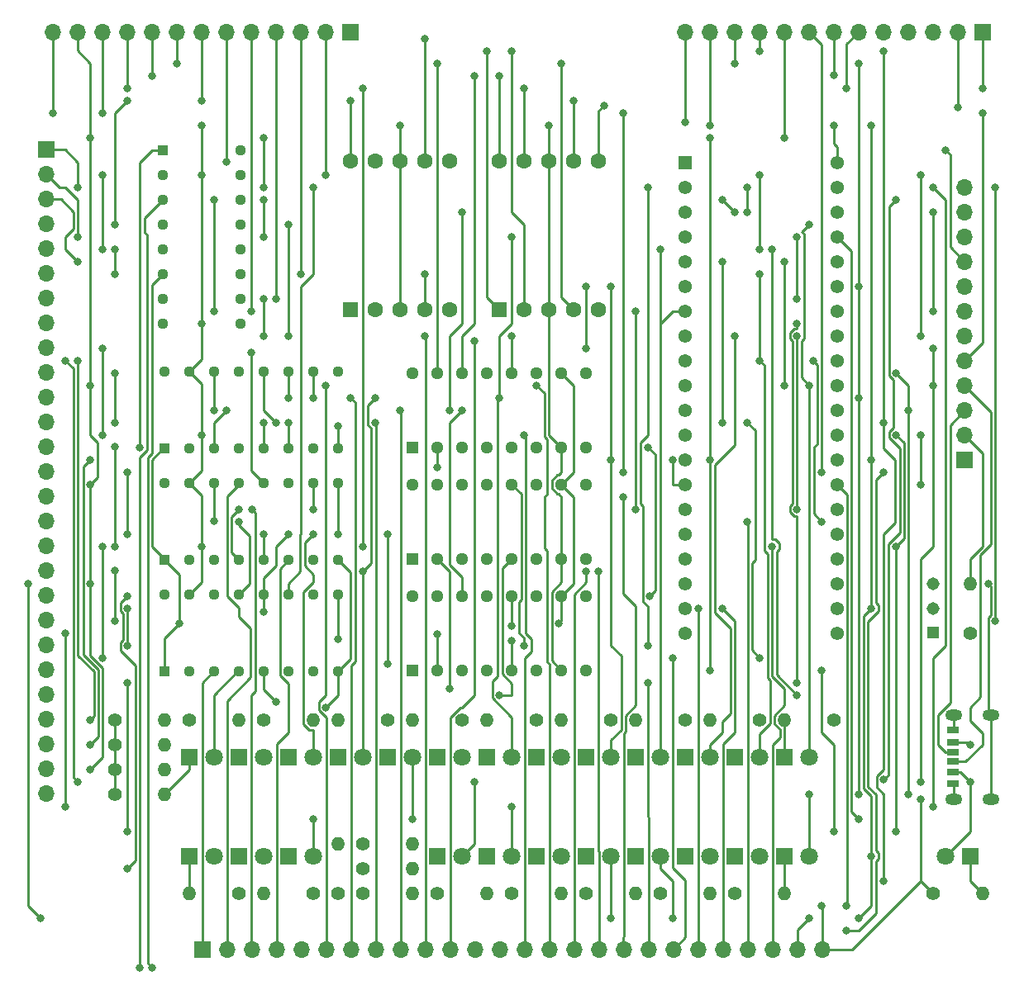
<source format=gtl>
%TF.GenerationSoftware,KiCad,Pcbnew,(6.0.9)*%
%TF.CreationDate,2025-06-18T12:33:42-04:00*%
%TF.ProjectId,Motherboard,4d6f7468-6572-4626-9f61-72642e6b6963,1*%
%TF.SameCoordinates,Original*%
%TF.FileFunction,Copper,L1,Top*%
%TF.FilePolarity,Positive*%
%FSLAX46Y46*%
G04 Gerber Fmt 4.6, Leading zero omitted, Abs format (unit mm)*
G04 Created by KiCad (PCBNEW (6.0.9)) date 2025-06-18 12:33:42*
%MOMM*%
%LPD*%
G01*
G04 APERTURE LIST*
%TA.AperFunction,ComponentPad*%
%ADD10C,1.400000*%
%TD*%
%TA.AperFunction,ComponentPad*%
%ADD11O,1.400000X1.400000*%
%TD*%
%TA.AperFunction,ComponentPad*%
%ADD12R,1.800000X1.800000*%
%TD*%
%TA.AperFunction,ComponentPad*%
%ADD13C,1.800000*%
%TD*%
%TA.AperFunction,ComponentPad*%
%ADD14R,1.308000X1.308000*%
%TD*%
%TA.AperFunction,ComponentPad*%
%ADD15C,1.308000*%
%TD*%
%TA.AperFunction,ComponentPad*%
%ADD16R,1.295400X1.295400*%
%TD*%
%TA.AperFunction,ComponentPad*%
%ADD17C,1.295400*%
%TD*%
%TA.AperFunction,ComponentPad*%
%ADD18R,1.700000X1.700000*%
%TD*%
%TA.AperFunction,ComponentPad*%
%ADD19O,1.700000X1.700000*%
%TD*%
%TA.AperFunction,ComponentPad*%
%ADD20R,1.378000X1.378000*%
%TD*%
%TA.AperFunction,ComponentPad*%
%ADD21C,1.378000*%
%TD*%
%TA.AperFunction,ComponentPad*%
%ADD22R,1.130000X1.130000*%
%TD*%
%TA.AperFunction,ComponentPad*%
%ADD23C,1.130000*%
%TD*%
%TA.AperFunction,ComponentPad*%
%ADD24R,1.600000X1.600000*%
%TD*%
%TA.AperFunction,ComponentPad*%
%ADD25C,1.600000*%
%TD*%
%TA.AperFunction,SMDPad,CuDef*%
%ADD26R,1.200000X0.700000*%
%TD*%
%TA.AperFunction,SMDPad,CuDef*%
%ADD27R,1.200000X0.760000*%
%TD*%
%TA.AperFunction,SMDPad,CuDef*%
%ADD28R,1.200000X0.800000*%
%TD*%
%TA.AperFunction,ComponentPad*%
%ADD29O,1.750000X1.150000*%
%TD*%
%TA.AperFunction,ViaPad*%
%ADD30C,0.800000*%
%TD*%
%TA.AperFunction,Conductor*%
%ADD31C,0.250000*%
%TD*%
G04 APERTURE END LIST*
D10*
%TO.P,R6,1*%
%TO.N,Gnd*%
X96520000Y-123190000D03*
D11*
%TO.P,R6,2*%
%TO.N,Net-(D5-Pad1)*%
X91440000Y-123190000D03*
%TD*%
D10*
%TO.P,R12,1*%
%TO.N,Gnd*%
X45720000Y-123190000D03*
D11*
%TO.P,R12,2*%
%TO.N,Net-(D11-Pad1)*%
X50800000Y-123190000D03*
%TD*%
D10*
%TO.P,R4,1*%
%TO.N,Gnd*%
X111760000Y-123190000D03*
D11*
%TO.P,R4,2*%
%TO.N,Net-(D3-Pad1)*%
X106680000Y-123190000D03*
%TD*%
D12*
%TO.P,D18,1,K*%
%TO.N,Net-(D18-Pad1)*%
X78740000Y-137160000D03*
D13*
%TO.P,D18,2,A*%
%TO.N,D7*%
X81280000Y-137160000D03*
%TD*%
D12*
%TO.P,D12,1,K*%
%TO.N,Net-(D12-Pad1)*%
X63500000Y-127000000D03*
D13*
%TO.P,D12,2,A*%
%TO.N,A10*%
X66040000Y-127000000D03*
%TD*%
D10*
%TO.P,R5,1*%
%TO.N,Gnd*%
X104140000Y-123190000D03*
D11*
%TO.P,R5,2*%
%TO.N,Net-(D4-Pad1)*%
X99060000Y-123190000D03*
%TD*%
D10*
%TO.P,R19,1*%
%TO.N,Gnd*%
X71120000Y-135890000D03*
D11*
%TO.P,R19,2*%
%TO.N,Net-(D18-Pad1)*%
X76200000Y-135890000D03*
%TD*%
D14*
%TO.P,SW1,1,A*%
%TO.N,Arduino{slash}Debug control*%
X129540000Y-114260000D03*
D15*
%TO.P,SW1,2,B*%
%TO.N,Pwr*%
X129540000Y-111760000D03*
%TO.P,SW1,3,C*%
%TO.N,unconnected-(SW1-Pad3)*%
X129540000Y-109260000D03*
%TD*%
D16*
%TO.P,U1,1,2Y1*%
%TO.N,D1-Debug*%
X76200000Y-118110000D03*
D17*
%TO.P,U1,2,2Y0*%
%TO.N,D1-Arduino*%
X78740000Y-118110000D03*
%TO.P,U1,3,3Y1*%
%TO.N,D2-Debug*%
X81280000Y-118110000D03*
%TO.P,U1,4,3-COM*%
%TO.N,D2*%
X83820000Y-118110000D03*
%TO.P,U1,5,3Y0*%
%TO.N,D2-Arduino*%
X86360000Y-118110000D03*
%TO.P,U1,6,INH*%
%TO.N,Gnd*%
X88900000Y-118110000D03*
%TO.P,U1,7,GND*%
X91440000Y-118110000D03*
%TO.P,U1,8,GND*%
X93980000Y-118110000D03*
%TO.P,U1,9,C*%
%TO.N,Arduino{slash}Debug control*%
X93980000Y-110490000D03*
%TO.P,U1,10,B*%
X91440000Y-110490000D03*
%TO.P,U1,11,A*%
X88900000Y-110490000D03*
%TO.P,U1,12,1Y0*%
%TO.N,D0-Arduino*%
X86360000Y-110490000D03*
%TO.P,U1,13,1Y1*%
%TO.N,D0-Debug*%
X83820000Y-110490000D03*
%TO.P,U1,14,1-COM*%
%TO.N,D0*%
X81280000Y-110490000D03*
%TO.P,U1,15,2-COM*%
%TO.N,D1*%
X78740000Y-110490000D03*
%TO.P,U1,16,VCC*%
%TO.N,Pwr*%
X76200000Y-110490000D03*
%TD*%
D16*
%TO.P,U6,1,2Y1*%
%TO.N,D7-Debug*%
X76200000Y-95250000D03*
D17*
%TO.P,U6,2,2Y0*%
%TO.N,D7-Arduino*%
X78740000Y-95250000D03*
%TO.P,U6,3,3Y1*%
%TO.N,unconnected-(U6-Pad3)*%
X81280000Y-95250000D03*
%TO.P,U6,4,3-COM*%
%TO.N,unconnected-(U6-Pad4)*%
X83820000Y-95250000D03*
%TO.P,U6,5,3Y0*%
%TO.N,unconnected-(U6-Pad5)*%
X86360000Y-95250000D03*
%TO.P,U6,6,INH*%
%TO.N,Gnd*%
X88900000Y-95250000D03*
%TO.P,U6,7,GND*%
X91440000Y-95250000D03*
%TO.P,U6,8,GND*%
X93980000Y-95250000D03*
%TO.P,U6,9,C*%
%TO.N,Arduino{slash}Debug control*%
X93980000Y-87630000D03*
%TO.P,U6,10,B*%
X91440000Y-87630000D03*
%TO.P,U6,11,A*%
X88900000Y-87630000D03*
%TO.P,U6,12,1Y0*%
%TO.N,D6-Arduino*%
X86360000Y-87630000D03*
%TO.P,U6,13,1Y1*%
%TO.N,D6-Debug*%
X83820000Y-87630000D03*
%TO.P,U6,14,1-COM*%
%TO.N,D6*%
X81280000Y-87630000D03*
%TO.P,U6,15,2-COM*%
%TO.N,D7*%
X78740000Y-87630000D03*
%TO.P,U6,16,VCC*%
%TO.N,Pwr*%
X76200000Y-87630000D03*
%TD*%
D10*
%TO.P,R9,1*%
%TO.N,Gnd*%
X73660000Y-123190000D03*
D11*
%TO.P,R9,2*%
%TO.N,Net-(D8-Pad1)*%
X68580000Y-123190000D03*
%TD*%
D12*
%TO.P,D15,1,K*%
%TO.N,Net-(D15-Pad1)*%
X58420000Y-137160000D03*
D13*
%TO.P,D15,2,A*%
%TO.N,OE'*%
X60960000Y-137160000D03*
%TD*%
D10*
%TO.P,R14,1*%
%TO.N,Gnd*%
X68580000Y-140970000D03*
D11*
%TO.P,R14,2*%
%TO.N,Net-(D13-Pad1)*%
X68580000Y-135890000D03*
%TD*%
D10*
%TO.P,R23,1*%
%TO.N,Gnd*%
X86360000Y-140970000D03*
D11*
%TO.P,R23,2*%
%TO.N,Net-(D22-Pad1)*%
X91440000Y-140970000D03*
%TD*%
D10*
%TO.P,R26,1*%
%TO.N,Gnd*%
X109220000Y-140970000D03*
D11*
%TO.P,R26,2*%
%TO.N,Net-(D25-Pad1)*%
X114300000Y-140970000D03*
%TD*%
D16*
%TO.P,U4,1,2Y1*%
%TO.N,D4-Debug*%
X76200000Y-106680000D03*
D17*
%TO.P,U4,2,2Y0*%
%TO.N,D4-Arduino*%
X78740000Y-106680000D03*
%TO.P,U4,3,3Y1*%
%TO.N,D5-Debug*%
X81280000Y-106680000D03*
%TO.P,U4,4,3-COM*%
%TO.N,D5*%
X83820000Y-106680000D03*
%TO.P,U4,5,3Y0*%
%TO.N,D5-Arduino*%
X86360000Y-106680000D03*
%TO.P,U4,6,INH*%
%TO.N,Gnd*%
X88900000Y-106680000D03*
%TO.P,U4,7,GND*%
X91440000Y-106680000D03*
%TO.P,U4,8,GND*%
X93980000Y-106680000D03*
%TO.P,U4,9,C*%
%TO.N,Arduino{slash}Debug control*%
X93980000Y-99060000D03*
%TO.P,U4,10,B*%
X91440000Y-99060000D03*
%TO.P,U4,11,A*%
X88900000Y-99060000D03*
%TO.P,U4,12,1Y0*%
%TO.N,D3-Arduino*%
X86360000Y-99060000D03*
%TO.P,U4,13,1Y1*%
%TO.N,D3-Debug*%
X83820000Y-99060000D03*
%TO.P,U4,14,1-COM*%
%TO.N,D3*%
X81280000Y-99060000D03*
%TO.P,U4,15,2-COM*%
%TO.N,D4*%
X78740000Y-99060000D03*
%TO.P,U4,16,VCC*%
%TO.N,Pwr*%
X76200000Y-99060000D03*
%TD*%
D10*
%TO.P,R22,1*%
%TO.N,Gnd*%
X78740000Y-140970000D03*
D11*
%TO.P,R22,2*%
%TO.N,Net-(D21-Pad1)*%
X83820000Y-140970000D03*
%TD*%
D10*
%TO.P,R16,1*%
%TO.N,Gnd*%
X66040000Y-140970000D03*
D11*
%TO.P,R16,2*%
%TO.N,Net-(D15-Pad1)*%
X60960000Y-140970000D03*
%TD*%
D18*
%TO.P,J4,1,Pin_1*%
%TO.N,A12-Debug*%
X54635000Y-146730000D03*
D19*
%TO.P,J4,2,Pin_2*%
%TO.N,A11-Debug*%
X57175000Y-146730000D03*
%TO.P,J4,3,Pin_3*%
%TO.N,A10-Debug*%
X59715000Y-146730000D03*
%TO.P,J4,4,Pin_4*%
%TO.N,A9-Debug*%
X62255000Y-146730000D03*
%TO.P,J4,5,Pin_5*%
%TO.N,A8-Debug*%
X64795000Y-146730000D03*
%TO.P,J4,6,Pin_6*%
%TO.N,A7-Debug*%
X67335000Y-146730000D03*
%TO.P,J4,7,Pin_7*%
%TO.N,A6-Debug*%
X69875000Y-146730000D03*
%TO.P,J4,8,Pin_8*%
%TO.N,A5-Debug*%
X72415000Y-146730000D03*
%TO.P,J4,9,Pin_9*%
%TO.N,A4-Debug*%
X74955000Y-146730000D03*
%TO.P,J4,10,Pin_10*%
%TO.N,A3-Debug*%
X77495000Y-146730000D03*
%TO.P,J4,11,Pin_11*%
%TO.N,A2-Debug*%
X80035000Y-146730000D03*
%TO.P,J4,12,Pin_12*%
%TO.N,A1-Debug*%
X82575000Y-146730000D03*
%TO.P,J4,13,Pin_13*%
%TO.N,A0-Debug*%
X85115000Y-146730000D03*
%TO.P,J4,14,Pin_14*%
%TO.N,D7-Debug*%
X87655000Y-146730000D03*
%TO.P,J4,15,Pin_15*%
%TO.N,D6-Debug*%
X90195000Y-146730000D03*
%TO.P,J4,16,Pin_16*%
%TO.N,D5-Debug*%
X92735000Y-146730000D03*
%TO.P,J4,17,Pin_17*%
%TO.N,D4-Debug*%
X95275000Y-146730000D03*
%TO.P,J4,18,Pin_18*%
%TO.N,D3-Debug*%
X97815000Y-146730000D03*
%TO.P,J4,19,Pin_19*%
%TO.N,D2-Debug*%
X100355000Y-146730000D03*
%TO.P,J4,20,Pin_20*%
%TO.N,D1-Debug*%
X102895000Y-146730000D03*
%TO.P,J4,21,Pin_21*%
%TO.N,D0-Debug*%
X105435000Y-146730000D03*
%TO.P,J4,22,Pin_22*%
%TO.N,WE'-Debug*%
X107975000Y-146730000D03*
%TO.P,J4,23,Pin_23*%
%TO.N,CE'-Debug*%
X110515000Y-146730000D03*
%TO.P,J4,24,Pin_24*%
%TO.N,OE'-Debug*%
X113055000Y-146730000D03*
%TO.P,J4,25,Pin_25*%
%TO.N,Pwr*%
X115595000Y-146730000D03*
%TO.P,J4,26,Pin_26*%
%TO.N,Gnd*%
X118135000Y-146730000D03*
%TD*%
D12*
%TO.P,D1,1,K*%
%TO.N,Net-(D1-Pad1)*%
X133350000Y-137160000D03*
D13*
%TO.P,D1,2,A*%
%TO.N,Pwr*%
X130810000Y-137160000D03*
%TD*%
D12*
%TO.P,D10,1,K*%
%TO.N,Net-(D10-Pad1)*%
X73660000Y-127000000D03*
D13*
%TO.P,D10,2,A*%
%TO.N,A8*%
X76200000Y-127000000D03*
%TD*%
D12*
%TO.P,D8,1,K*%
%TO.N,Net-(D8-Pad1)*%
X83820000Y-127000000D03*
D13*
%TO.P,D8,2,A*%
%TO.N,A6*%
X86360000Y-127000000D03*
%TD*%
D12*
%TO.P,D24,1,K*%
%TO.N,Net-(D24-Pad1)*%
X109220000Y-137160000D03*
D13*
%TO.P,D24,2,A*%
%TO.N,D1*%
X111760000Y-137160000D03*
%TD*%
D18*
%TO.P,J1,1,Pin_1*%
%TO.N,Addr_RX*%
X38690000Y-64740000D03*
D19*
%TO.P,J1,2,Pin_2*%
%TO.N,Data_RX*%
X38690000Y-67280000D03*
%TO.P,J1,3,Pin_3*%
%TO.N,Clk*%
X38690000Y-69820000D03*
%TO.P,J1,4,Pin_4*%
%TO.N,Load*%
X38690000Y-72360000D03*
%TO.P,J1,5,Pin_5*%
%TO.N,A0-Arduino*%
X38690000Y-74900000D03*
%TO.P,J1,6,Pin_6*%
%TO.N,A1-Arduino*%
X38690000Y-77440000D03*
%TO.P,J1,7,Pin_7*%
%TO.N,A2-Arduino*%
X38690000Y-79980000D03*
%TO.P,J1,8,Pin_8*%
%TO.N,A3-Arduino*%
X38690000Y-82520000D03*
%TO.P,J1,9,Pin_9*%
%TO.N,A4-Arduino*%
X38690000Y-85060000D03*
%TO.P,J1,10,Pin_10*%
%TO.N,A5-Arduino*%
X38690000Y-87600000D03*
%TO.P,J1,11,Pin_11*%
%TO.N,A6-Arduino*%
X38690000Y-90140000D03*
%TO.P,J1,12,Pin_12*%
%TO.N,A7-Arduino*%
X38690000Y-92680000D03*
%TO.P,J1,13,Pin_13*%
%TO.N,A8-Arduino*%
X38690000Y-95220000D03*
%TO.P,J1,14,Pin_14*%
%TO.N,A9-Arduino*%
X38690000Y-97760000D03*
%TO.P,J1,15,Pin_15*%
%TO.N,A10-Arduino*%
X38690000Y-100300000D03*
%TO.P,J1,16,Pin_16*%
%TO.N,A11-Arduino*%
X38690000Y-102840000D03*
%TO.P,J1,17,Pin_17*%
%TO.N,A12-Arduino*%
X38690000Y-105380000D03*
%TO.P,J1,18,Pin_18*%
%TO.N,D0-Arduino*%
X38690000Y-107920000D03*
%TO.P,J1,19,Pin_19*%
%TO.N,D1-Arduino*%
X38690000Y-110460000D03*
%TO.P,J1,20,Pin_20*%
%TO.N,D2-Arduino*%
X38690000Y-113000000D03*
%TO.P,J1,21,Pin_21*%
%TO.N,D3-Arduino*%
X38690000Y-115540000D03*
%TO.P,J1,22,Pin_22*%
%TO.N,D4-Arduino*%
X38690000Y-118080000D03*
%TO.P,J1,23,Pin_23*%
%TO.N,D5-Arduino*%
X38690000Y-120620000D03*
%TO.P,J1,24,Pin_24*%
%TO.N,D6-Arduino*%
X38690000Y-123160000D03*
%TO.P,J1,25,Pin_25*%
%TO.N,D7-Arduino*%
X38690000Y-125700000D03*
%TO.P,J1,26,Pin_26*%
%TO.N,Pwr*%
X38690000Y-128240000D03*
%TO.P,J1,27,Pin_27*%
%TO.N,Gnd*%
X38690000Y-130780000D03*
%TD*%
D20*
%TO.P,U3,1*%
%TO.N,N/C*%
X104151250Y-66040000D03*
D21*
%TO.P,U3,2,A12*%
%TO.N,A12*%
X104151250Y-68580000D03*
%TO.P,U3,3,A7*%
%TO.N,A7*%
X104143750Y-71120000D03*
%TO.P,U3,4,A6*%
%TO.N,A6*%
X104143750Y-73660000D03*
%TO.P,U3,5,A5*%
%TO.N,A5*%
X104143750Y-76200000D03*
%TO.P,U3,6,A4*%
%TO.N,A4*%
X104143750Y-78740000D03*
%TO.P,U3,7,A3*%
%TO.N,A3*%
X104143750Y-81280000D03*
%TO.P,U3,8,A2*%
%TO.N,A2*%
X104143750Y-83820000D03*
%TO.P,U3,9,A1*%
%TO.N,A1*%
X104143750Y-86360000D03*
%TO.P,U3,10,A0*%
%TO.N,A0*%
X104143750Y-88900000D03*
%TO.P,U3,11,I/O0*%
%TO.N,D0*%
X104143750Y-91440000D03*
%TO.P,U3,12,I/O1*%
%TO.N,D1*%
X104143750Y-93980000D03*
%TO.P,U3,13,I/O2*%
%TO.N,D2*%
X104143750Y-96520000D03*
%TO.P,U3,14,GND*%
%TO.N,Gnd*%
X104151250Y-99060000D03*
%TO.P,U3,15,I/O3*%
%TO.N,D3*%
X119701250Y-99060000D03*
%TO.P,U3,16,I/O4*%
%TO.N,D4*%
X119701250Y-96520000D03*
%TO.P,U3,17,I/O5*%
%TO.N,D5*%
X119701250Y-93980000D03*
%TO.P,U3,18,I/O6*%
%TO.N,D6*%
X119701250Y-91440000D03*
%TO.P,U3,19,I/O7*%
%TO.N,D7*%
X119701250Y-88900000D03*
%TO.P,U3,20,~{CE}*%
%TO.N,CE'*%
X119701250Y-86360000D03*
%TO.P,U3,21,A10*%
%TO.N,A10*%
X119701250Y-83820000D03*
%TO.P,U3,22,~{OE}*%
%TO.N,OE'*%
X119701250Y-81280000D03*
%TO.P,U3,23,A11*%
%TO.N,A11*%
X119701250Y-78740000D03*
%TO.P,U3,24,A9*%
%TO.N,A9*%
X119701250Y-76200000D03*
%TO.P,U3,25,A8*%
%TO.N,A8*%
X119701250Y-73660000D03*
%TO.P,U3,26*%
%TO.N,N/C*%
X119701250Y-71120000D03*
%TO.P,U3,27,~{WE}*%
%TO.N,WE'*%
X119701250Y-68580000D03*
%TO.P,U3,28,VCC*%
%TO.N,Pwr*%
X119701250Y-66040000D03*
%TO.P,U3,29*%
%TO.N,N/C*%
X104151250Y-101600000D03*
%TO.P,U3,30*%
X104151250Y-104140000D03*
%TO.P,U3,31*%
X104151250Y-106680000D03*
%TO.P,U3,32*%
X104151250Y-109220000D03*
%TO.P,U3,33*%
X104151250Y-111760000D03*
%TO.P,U3,34*%
X104151250Y-114300000D03*
%TO.P,U3,35*%
X119701250Y-114300000D03*
%TO.P,U3,36*%
X119701250Y-111760000D03*
%TO.P,U3,37*%
X119701250Y-109220000D03*
%TO.P,U3,38*%
X119701250Y-106680000D03*
%TO.P,U3,39*%
X119701250Y-104140000D03*
%TO.P,U3,40*%
X119701250Y-101600000D03*
%TD*%
D12*
%TO.P,D25,1,K*%
%TO.N,Net-(D25-Pad1)*%
X114300000Y-137160000D03*
D13*
%TO.P,D25,2,A*%
%TO.N,D0*%
X116840000Y-137160000D03*
%TD*%
D10*
%TO.P,R1,1*%
%TO.N,Gnd*%
X129540000Y-140970000D03*
D11*
%TO.P,R1,2*%
%TO.N,Net-(D1-Pad1)*%
X134620000Y-140970000D03*
%TD*%
D10*
%TO.P,R21,1*%
%TO.N,Gnd*%
X71120000Y-140970000D03*
D11*
%TO.P,R21,2*%
%TO.N,Net-(D20-Pad1)*%
X76200000Y-140970000D03*
%TD*%
D18*
%TO.P,J3,1,Pin_1*%
%TO.N,A-segment-LSB*%
X134605000Y-52660000D03*
D19*
%TO.P,J3,2,Pin_2*%
%TO.N,B-segment-LSB*%
X132065000Y-52660000D03*
%TO.P,J3,3,Pin_3*%
%TO.N,C-segment-LSB*%
X129525000Y-52660000D03*
%TO.P,J3,4,Pin_4*%
%TO.N,D-segment-LSB*%
X126985000Y-52660000D03*
%TO.P,J3,5,Pin_5*%
%TO.N,E-segment-LSB*%
X124445000Y-52660000D03*
%TO.P,J3,6,Pin_6*%
%TO.N,F-segment-LSB*%
X121905000Y-52660000D03*
%TO.P,J3,7,Pin_7*%
%TO.N,G-segment-LSB*%
X119365000Y-52660000D03*
%TO.P,J3,8,Pin_8*%
%TO.N,D3*%
X116825000Y-52660000D03*
%TO.P,J3,9,Pin_9*%
%TO.N,D2*%
X114285000Y-52660000D03*
%TO.P,J3,10,Pin_10*%
%TO.N,D1*%
X111745000Y-52660000D03*
%TO.P,J3,11,Pin_11*%
%TO.N,D0*%
X109205000Y-52660000D03*
%TO.P,J3,12,Pin_12*%
%TO.N,Pwr*%
X106665000Y-52660000D03*
%TO.P,J3,13,Pin_13*%
%TO.N,Gnd*%
X104125000Y-52660000D03*
%TD*%
D12*
%TO.P,D3,1,K*%
%TO.N,Net-(D3-Pad1)*%
X109220000Y-127000000D03*
D13*
%TO.P,D3,2,A*%
%TO.N,A1*%
X111760000Y-127000000D03*
%TD*%
D12*
%TO.P,D16,1,K*%
%TO.N,Net-(D16-Pad1)*%
X53340000Y-127000000D03*
D13*
%TO.P,D16,2,A*%
%TO.N,A12*%
X55880000Y-127000000D03*
%TD*%
D12*
%TO.P,D2,1,K*%
%TO.N,Net-(D2-Pad1)*%
X114300000Y-127000000D03*
D13*
%TO.P,D2,2,A*%
%TO.N,A0*%
X116840000Y-127000000D03*
%TD*%
D10*
%TO.P,R15,1*%
%TO.N,Gnd*%
X45720000Y-128270000D03*
D11*
%TO.P,R15,2*%
%TO.N,Net-(D14-Pad1)*%
X50800000Y-128270000D03*
%TD*%
D10*
%TO.P,R17,1*%
%TO.N,Gnd*%
X45720000Y-130810000D03*
D11*
%TO.P,R17,2*%
%TO.N,Net-(D16-Pad1)*%
X50800000Y-130810000D03*
%TD*%
D22*
%TO.P,U8,1,~{A}/B*%
%TO.N,Arduino{slash}Debug control*%
X50800000Y-118270000D03*
D23*
%TO.P,U8,2,1A*%
%TO.N,A12-Arduino*%
X53340000Y-118270000D03*
%TO.P,U8,3,1B*%
%TO.N,A12-Debug*%
X55880000Y-118270000D03*
%TO.P,U8,4,1Y*%
%TO.N,A12*%
X58420000Y-118270000D03*
%TO.P,U8,5,2A*%
%TO.N,OE'-Arduino*%
X60960000Y-118270000D03*
%TO.P,U8,6,2B*%
%TO.N,OE'-Debug*%
X63500000Y-118270000D03*
%TO.P,U8,7,2Y*%
%TO.N,OE'*%
X66040000Y-118270000D03*
%TO.P,U8,8,GND*%
%TO.N,Gnd*%
X68580000Y-118270000D03*
%TO.P,U8,9,3Y*%
%TO.N,WE'*%
X68580000Y-110330000D03*
%TO.P,U8,10,3B*%
%TO.N,WE'-Debug*%
X66040000Y-110330000D03*
%TO.P,U8,11,3A*%
%TO.N,WE'-Arduino*%
X63500000Y-110330000D03*
%TO.P,U8,12,4Y*%
%TO.N,CE'*%
X60960000Y-110330000D03*
%TO.P,U8,13,4B*%
%TO.N,CE'-Debug*%
X58420000Y-110330000D03*
%TO.P,U8,14,4A*%
%TO.N,CE'-Arduino*%
X55880000Y-110330000D03*
%TO.P,U8,15,~{OE}*%
%TO.N,Gnd*%
X53340000Y-110330000D03*
%TO.P,U8,16,VCC*%
%TO.N,Pwr*%
X50800000Y-110330000D03*
%TD*%
D12*
%TO.P,D14,1,K*%
%TO.N,Net-(D14-Pad1)*%
X58420000Y-127000000D03*
D13*
%TO.P,D14,2,A*%
%TO.N,A11*%
X60960000Y-127000000D03*
%TD*%
D10*
%TO.P,R25,1*%
%TO.N,Gnd*%
X101600000Y-140970000D03*
D11*
%TO.P,R25,2*%
%TO.N,Net-(D24-Pad1)*%
X106680000Y-140970000D03*
%TD*%
D12*
%TO.P,D21,1,K*%
%TO.N,Net-(D21-Pad1)*%
X93980000Y-137160000D03*
D13*
%TO.P,D21,2,A*%
%TO.N,D4*%
X96520000Y-137160000D03*
%TD*%
D10*
%TO.P,R24,1*%
%TO.N,Gnd*%
X93980000Y-140970000D03*
D11*
%TO.P,R24,2*%
%TO.N,Net-(D23-Pad1)*%
X99060000Y-140970000D03*
%TD*%
D12*
%TO.P,D20,1,K*%
%TO.N,Net-(D20-Pad1)*%
X88900000Y-137160000D03*
D13*
%TO.P,D20,2,A*%
%TO.N,D5*%
X91440000Y-137160000D03*
%TD*%
D22*
%TO.P,U2,1,~{A}/B*%
%TO.N,Arduino{slash}Debug control*%
X50640000Y-64770000D03*
D23*
%TO.P,U2,2,1A*%
%TO.N,A0-Arduino*%
X50640000Y-67310000D03*
%TO.P,U2,3,1B*%
%TO.N,A0-Debug*%
X50640000Y-69850000D03*
%TO.P,U2,4,1Y*%
%TO.N,A0*%
X50640000Y-72390000D03*
%TO.P,U2,5,2A*%
%TO.N,A1-Arduino*%
X50640000Y-74930000D03*
%TO.P,U2,6,2B*%
%TO.N,A1-Debug*%
X50640000Y-77470000D03*
%TO.P,U2,7,2Y*%
%TO.N,A1*%
X50640000Y-80010000D03*
%TO.P,U2,8,GND*%
%TO.N,Gnd*%
X50640000Y-82550000D03*
%TO.P,U2,9,3Y*%
%TO.N,A2*%
X58580000Y-82550000D03*
%TO.P,U2,10,3B*%
%TO.N,A2-Debug*%
X58580000Y-80010000D03*
%TO.P,U2,11,3A*%
%TO.N,A2-Arduino*%
X58580000Y-77470000D03*
%TO.P,U2,12,4Y*%
%TO.N,A3*%
X58580000Y-74930000D03*
%TO.P,U2,13,4B*%
%TO.N,A3-Debug*%
X58580000Y-72390000D03*
%TO.P,U2,14,4A*%
%TO.N,A3-Arduino*%
X58580000Y-69850000D03*
%TO.P,U2,15,~{OE}*%
%TO.N,Gnd*%
X58580000Y-67310000D03*
%TO.P,U2,16,VCC*%
%TO.N,Pwr*%
X58580000Y-64770000D03*
%TD*%
D12*
%TO.P,D22,1,K*%
%TO.N,Net-(D22-Pad1)*%
X99060000Y-137160000D03*
D13*
%TO.P,D22,2,A*%
%TO.N,D3*%
X101600000Y-137160000D03*
%TD*%
D12*
%TO.P,D11,1,K*%
%TO.N,Net-(D11-Pad1)*%
X68580000Y-127000000D03*
D13*
%TO.P,D11,2,A*%
%TO.N,A9*%
X71120000Y-127000000D03*
%TD*%
D12*
%TO.P,D6,1,K*%
%TO.N,Net-(D6-Pad1)*%
X93980000Y-127000000D03*
D13*
%TO.P,D6,2,A*%
%TO.N,A4*%
X96520000Y-127000000D03*
%TD*%
D24*
%TO.P,U7,1,E*%
%TO.N,E-segment-MSB*%
X69850000Y-81157500D03*
D25*
%TO.P,U7,2,D*%
%TO.N,D-segment-MSB*%
X72390000Y-81157500D03*
%TO.P,U7,3,CC*%
%TO.N,Gnd*%
X74930000Y-81157500D03*
%TO.P,U7,4,C*%
%TO.N,C-segment-MSB*%
X77470000Y-81157500D03*
%TO.P,U7,5,DP*%
%TO.N,unconnected-(U7-Pad5)*%
X80010000Y-81157500D03*
%TO.P,U7,6,B*%
%TO.N,B-segment-MSB*%
X80010000Y-65917500D03*
%TO.P,U7,7,A*%
%TO.N,A-segment-MSB*%
X77470000Y-65917500D03*
%TO.P,U7,8,CC*%
%TO.N,Gnd*%
X74930000Y-65917500D03*
%TO.P,U7,9,F*%
%TO.N,F-segment-MSB*%
X72390000Y-65917500D03*
%TO.P,U7,10,G*%
%TO.N,G-segment-MSB*%
X69850000Y-65917500D03*
%TD*%
D10*
%TO.P,R8,1*%
%TO.N,Gnd*%
X81280000Y-123190000D03*
D11*
%TO.P,R8,2*%
%TO.N,Net-(D7-Pad1)*%
X76200000Y-123190000D03*
%TD*%
D10*
%TO.P,R7,1*%
%TO.N,Gnd*%
X88900000Y-123190000D03*
D11*
%TO.P,R7,2*%
%TO.N,Net-(D6-Pad1)*%
X83820000Y-123190000D03*
%TD*%
D24*
%TO.P,U10,1,E*%
%TO.N,E-segment-LSB*%
X85090000Y-81157500D03*
D25*
%TO.P,U10,2,D*%
%TO.N,D-segment-LSB*%
X87630000Y-81157500D03*
%TO.P,U10,3,CC*%
%TO.N,Gnd*%
X90170000Y-81157500D03*
%TO.P,U10,4,C*%
%TO.N,C-segment-LSB*%
X92710000Y-81157500D03*
%TO.P,U10,5,DP*%
%TO.N,unconnected-(U10-Pad5)*%
X95250000Y-81157500D03*
%TO.P,U10,6,B*%
%TO.N,B-segment-LSB*%
X95250000Y-65917500D03*
%TO.P,U10,7,A*%
%TO.N,A-segment-LSB*%
X92710000Y-65917500D03*
%TO.P,U10,8,CC*%
%TO.N,Gnd*%
X90170000Y-65917500D03*
%TO.P,U10,9,F*%
%TO.N,F-segment-LSB*%
X87630000Y-65917500D03*
%TO.P,U10,10,G*%
%TO.N,G-segment-LSB*%
X85090000Y-65917500D03*
%TD*%
D12*
%TO.P,D7,1,K*%
%TO.N,Net-(D7-Pad1)*%
X88900000Y-127000000D03*
D13*
%TO.P,D7,2,A*%
%TO.N,A5*%
X91440000Y-127000000D03*
%TD*%
D12*
%TO.P,D4,1,K*%
%TO.N,Net-(D4-Pad1)*%
X104140000Y-127000000D03*
D13*
%TO.P,D4,2,A*%
%TO.N,A2*%
X106680000Y-127000000D03*
%TD*%
D10*
%TO.P,R11,1*%
%TO.N,Gnd*%
X53340000Y-123190000D03*
D11*
%TO.P,R11,2*%
%TO.N,Net-(D10-Pad1)*%
X58420000Y-123190000D03*
%TD*%
D22*
%TO.P,U5,1,~{A}/B*%
%TO.N,Arduino{slash}Debug control*%
X50800000Y-95410000D03*
D23*
%TO.P,U5,2,1A*%
%TO.N,A4-Arduino*%
X53340000Y-95410000D03*
%TO.P,U5,3,1B*%
%TO.N,A4-Debug*%
X55880000Y-95410000D03*
%TO.P,U5,4,1Y*%
%TO.N,A4*%
X58420000Y-95410000D03*
%TO.P,U5,5,2A*%
%TO.N,A5-Arduino*%
X60960000Y-95410000D03*
%TO.P,U5,6,2B*%
%TO.N,A5-Debug*%
X63500000Y-95410000D03*
%TO.P,U5,7,2Y*%
%TO.N,A5*%
X66040000Y-95410000D03*
%TO.P,U5,8,GND*%
%TO.N,Gnd*%
X68580000Y-95410000D03*
%TO.P,U5,9,3Y*%
%TO.N,A6*%
X68580000Y-87470000D03*
%TO.P,U5,10,3B*%
%TO.N,A6-Debug*%
X66040000Y-87470000D03*
%TO.P,U5,11,3A*%
%TO.N,A6-Arduino*%
X63500000Y-87470000D03*
%TO.P,U5,12,4Y*%
%TO.N,A7*%
X60960000Y-87470000D03*
%TO.P,U5,13,4B*%
%TO.N,A7-Debug*%
X58420000Y-87470000D03*
%TO.P,U5,14,4A*%
%TO.N,A7-Arduino*%
X55880000Y-87470000D03*
%TO.P,U5,15,~{OE}*%
%TO.N,Gnd*%
X53340000Y-87470000D03*
%TO.P,U5,16,VCC*%
%TO.N,Pwr*%
X50800000Y-87470000D03*
%TD*%
D12*
%TO.P,D23,1,K*%
%TO.N,Net-(D23-Pad1)*%
X104140000Y-137160000D03*
D13*
%TO.P,D23,2,A*%
%TO.N,D2*%
X106680000Y-137160000D03*
%TD*%
D10*
%TO.P,R18,1*%
%TO.N,Gnd*%
X58420000Y-140970000D03*
D11*
%TO.P,R18,2*%
%TO.N,Net-(D17-Pad1)*%
X53340000Y-140970000D03*
%TD*%
D18*
%TO.P,J5,1,Pin_1*%
%TO.N,Pwr*%
X132760000Y-96550000D03*
D19*
%TO.P,J5,2,Pin_2*%
%TO.N,Gnd*%
X132760000Y-94010000D03*
%TO.P,J5,3,Pin_3*%
%TO.N,Data_RX_USB*%
X132760000Y-91470000D03*
%TO.P,J5,4,Pin_4*%
%TO.N,Data_TX_USB*%
X132760000Y-88930000D03*
%TO.P,J5,5,Pin_5*%
%TO.N,Load*%
X132760000Y-86390000D03*
%TO.P,J5,6,Pin_6*%
%TO.N,Clk*%
X132760000Y-83850000D03*
%TO.P,J5,7,Pin_7*%
%TO.N,Data_RX*%
X132760000Y-81310000D03*
%TO.P,J5,8,Pin_8*%
%TO.N,D0*%
X132760000Y-78770000D03*
%TO.P,J5,9,Pin_9*%
%TO.N,Addr_RX*%
X132760000Y-76230000D03*
%TO.P,J5,10,Pin_10*%
%TO.N,OE'-Arduino*%
X132760000Y-73690000D03*
%TO.P,J5,11,Pin_11*%
%TO.N,WE'-Arduino*%
X132760000Y-71150000D03*
%TO.P,J5,12,Pin_12*%
%TO.N,CE'-Arduino*%
X132760000Y-68610000D03*
%TD*%
D26*
%TO.P,J6,A5,CC1*%
%TO.N,Data_TX_USB*%
X131590000Y-127500000D03*
D27*
%TO.P,J6,A9,VBUS_A*%
%TO.N,Pwr*%
X131590000Y-125480000D03*
D28*
%TO.P,J6,A12,GND_A*%
%TO.N,Gnd*%
X131590000Y-124250000D03*
D26*
%TO.P,J6,B5,CC2*%
%TO.N,Data_RX_USB*%
X131590000Y-126500000D03*
D27*
%TO.P,J6,B9,VBUS_B*%
%TO.N,Pwr*%
X131590000Y-128520000D03*
D28*
%TO.P,J6,B12,GND_B*%
%TO.N,Gnd*%
X131590000Y-129750000D03*
D29*
%TO.P,J6,SH1,SHIELD*%
X131670000Y-131320000D03*
%TO.P,J6,SH2,SHIELD__1*%
X131670000Y-122680000D03*
%TO.P,J6,SH3,SHIELD__2*%
X135470000Y-131320000D03*
%TO.P,J6,SH4,SHIELD__3*%
X135470000Y-122680000D03*
%TD*%
D10*
%TO.P,R20,1*%
%TO.N,Gnd*%
X71120000Y-138430000D03*
D11*
%TO.P,R20,2*%
%TO.N,Net-(D19-Pad1)*%
X76200000Y-138430000D03*
%TD*%
D12*
%TO.P,D17,1,K*%
%TO.N,Net-(D17-Pad1)*%
X53340000Y-137160000D03*
D13*
%TO.P,D17,2,A*%
%TO.N,CE'*%
X55880000Y-137160000D03*
%TD*%
D10*
%TO.P,R10,1*%
%TO.N,Gnd*%
X60960000Y-123190000D03*
D11*
%TO.P,R10,2*%
%TO.N,Net-(D9-Pad1)*%
X66040000Y-123190000D03*
%TD*%
D18*
%TO.P,J2,1,Pin_1*%
%TO.N,A-segment-MSB*%
X69835000Y-52660000D03*
D19*
%TO.P,J2,2,Pin_2*%
%TO.N,B-segment-MSB*%
X67295000Y-52660000D03*
%TO.P,J2,3,Pin_3*%
%TO.N,C-segment-MSB*%
X64755000Y-52660000D03*
%TO.P,J2,4,Pin_4*%
%TO.N,D-segment-MSB*%
X62215000Y-52660000D03*
%TO.P,J2,5,Pin_5*%
%TO.N,E-segment-MSB*%
X59675000Y-52660000D03*
%TO.P,J2,6,Pin_6*%
%TO.N,F-segment-MSB*%
X57135000Y-52660000D03*
%TO.P,J2,7,Pin_7*%
%TO.N,G-segment-MSB*%
X54595000Y-52660000D03*
%TO.P,J2,8,Pin_8*%
%TO.N,D7*%
X52055000Y-52660000D03*
%TO.P,J2,9,Pin_9*%
%TO.N,D6*%
X49515000Y-52660000D03*
%TO.P,J2,10,Pin_10*%
%TO.N,D5*%
X46975000Y-52660000D03*
%TO.P,J2,11,Pin_11*%
%TO.N,D4*%
X44435000Y-52660000D03*
%TO.P,J2,12,Pin_12*%
%TO.N,Pwr*%
X41895000Y-52660000D03*
%TO.P,J2,13,Pin_13*%
%TO.N,Gnd*%
X39355000Y-52660000D03*
%TD*%
D10*
%TO.P,R3,1*%
%TO.N,Gnd*%
X119380000Y-123190000D03*
D11*
%TO.P,R3,2*%
%TO.N,Net-(D2-Pad1)*%
X114300000Y-123190000D03*
%TD*%
D12*
%TO.P,D19,1,K*%
%TO.N,Net-(D19-Pad1)*%
X83820000Y-137160000D03*
D13*
%TO.P,D19,2,A*%
%TO.N,D6*%
X86360000Y-137160000D03*
%TD*%
D10*
%TO.P,R2,1*%
%TO.N,Arduino{slash}Debug control*%
X133350000Y-114300000D03*
D11*
%TO.P,R2,2*%
%TO.N,Gnd*%
X133350000Y-109220000D03*
%TD*%
D10*
%TO.P,R13,1*%
%TO.N,Gnd*%
X45720000Y-125730000D03*
D11*
%TO.P,R13,2*%
%TO.N,Net-(D12-Pad1)*%
X50800000Y-125730000D03*
%TD*%
D12*
%TO.P,D13,1,K*%
%TO.N,Net-(D13-Pad1)*%
X63500000Y-137160000D03*
D13*
%TO.P,D13,2,A*%
%TO.N,WE'*%
X66040000Y-137160000D03*
%TD*%
D12*
%TO.P,D9,1,K*%
%TO.N,Net-(D9-Pad1)*%
X78740000Y-127000000D03*
D13*
%TO.P,D9,2,A*%
%TO.N,A7*%
X81280000Y-127000000D03*
%TD*%
D22*
%TO.P,U9,1,~{A}/B*%
%TO.N,Arduino{slash}Debug control*%
X50800000Y-106840000D03*
D23*
%TO.P,U9,2,1A*%
%TO.N,A8-Arduino*%
X53340000Y-106840000D03*
%TO.P,U9,3,1B*%
%TO.N,A8-Debug*%
X55880000Y-106840000D03*
%TO.P,U9,4,1Y*%
%TO.N,A8*%
X58420000Y-106840000D03*
%TO.P,U9,5,2A*%
%TO.N,A9-Arduino*%
X60960000Y-106840000D03*
%TO.P,U9,6,2B*%
%TO.N,A9-Debug*%
X63500000Y-106840000D03*
%TO.P,U9,7,2Y*%
%TO.N,A9*%
X66040000Y-106840000D03*
%TO.P,U9,8,GND*%
%TO.N,Gnd*%
X68580000Y-106840000D03*
%TO.P,U9,9,3Y*%
%TO.N,A10*%
X68580000Y-98900000D03*
%TO.P,U9,10,3B*%
%TO.N,A10-Debug*%
X66040000Y-98900000D03*
%TO.P,U9,11,3A*%
%TO.N,A10-Arduino*%
X63500000Y-98900000D03*
%TO.P,U9,12,4Y*%
%TO.N,A11*%
X60960000Y-98900000D03*
%TO.P,U9,13,4B*%
%TO.N,A11-Debug*%
X58420000Y-98900000D03*
%TO.P,U9,14,4A*%
%TO.N,A11-Arduino*%
X55880000Y-98900000D03*
%TO.P,U9,15,~{OE}*%
%TO.N,Gnd*%
X53340000Y-98900000D03*
%TO.P,U9,16,VCC*%
%TO.N,Pwr*%
X50800000Y-98900000D03*
%TD*%
D12*
%TO.P,D5,1,K*%
%TO.N,Net-(D5-Pad1)*%
X99060000Y-127000000D03*
D13*
%TO.P,D5,2,A*%
%TO.N,A3*%
X101600000Y-127000000D03*
%TD*%
D30*
%TO.N,Addr_RX*%
X130810000Y-64770000D03*
X60960000Y-68580000D03*
X60960000Y-63500000D03*
X41910000Y-68580000D03*
%TO.N,Data_RX*%
X129540000Y-81280000D03*
X107950000Y-69850000D03*
X60960000Y-73660000D03*
X60960000Y-69850000D03*
X129540000Y-71120000D03*
X41910000Y-73660000D03*
X109220000Y-71120000D03*
%TO.N,Clk*%
X128270000Y-83820000D03*
X111760000Y-67310000D03*
X128270000Y-67310000D03*
X41910000Y-76200000D03*
X111760000Y-74930000D03*
%TO.N,Load*%
X134620000Y-60960000D03*
X46990000Y-59690000D03*
X45720000Y-72390000D03*
%TO.N,A0*%
X116840000Y-72390000D03*
X116840000Y-88900000D03*
%TO.N,A1*%
X111760000Y-86360000D03*
X111760000Y-77470000D03*
%TO.N,A2*%
X109220000Y-83820000D03*
%TO.N,A3*%
X101600000Y-74930000D03*
%TO.N,A4*%
X96520000Y-96520000D03*
X96520000Y-78740000D03*
%TO.N,A5*%
X107950000Y-92710000D03*
X107950000Y-76200000D03*
X111760000Y-116840000D03*
X110490000Y-92710000D03*
%TO.N,A6*%
X85090000Y-90170000D03*
X86360000Y-73660000D03*
%TO.N,A7*%
X125730000Y-69850000D03*
X80010000Y-91440000D03*
X124460000Y-129360500D03*
X62230000Y-92710000D03*
X81280000Y-71120000D03*
%TO.N,A8*%
X115570000Y-80010000D03*
X99060000Y-81280000D03*
X99060000Y-101600000D03*
X58420000Y-101600000D03*
X121920000Y-133350000D03*
X115570000Y-73660000D03*
X76200000Y-133350000D03*
%TO.N,A9*%
X71120000Y-107950000D03*
X114300000Y-88900000D03*
X114300000Y-76200000D03*
X72390000Y-90170000D03*
%TO.N,A10*%
X115570000Y-83820000D03*
X66040000Y-104140000D03*
X115570000Y-101600000D03*
X68580000Y-104140000D03*
%TO.N,A11*%
X59690000Y-85540000D03*
X41910000Y-129540000D03*
X40640000Y-86360000D03*
X93980000Y-85090000D03*
X93980000Y-78740000D03*
%TO.N,A12*%
X100330000Y-68580000D03*
X100330000Y-115570000D03*
%TO.N,D0*%
X81280000Y-91440000D03*
X121920000Y-90170000D03*
X109220000Y-55880000D03*
X116840000Y-130810000D03*
X121920000Y-55880000D03*
X121920000Y-130810000D03*
X121920000Y-78740000D03*
%TO.N,D1*%
X111760000Y-54610000D03*
X124460000Y-54610000D03*
X124460000Y-139700000D03*
X124460000Y-92710000D03*
X100509500Y-110490000D03*
X100330000Y-95250000D03*
%TO.N,D2*%
X106680000Y-63500000D03*
X114300000Y-63500000D03*
X106680000Y-118110000D03*
X106680000Y-96520000D03*
X118110000Y-118110000D03*
X119380000Y-134620000D03*
%TO.N,D3*%
X118110000Y-97790000D03*
X120650000Y-142240000D03*
X102870000Y-143510000D03*
%TO.N,D4*%
X124460000Y-97790000D03*
X97790000Y-97790000D03*
X120650000Y-144780000D03*
X44450000Y-60960000D03*
X96520000Y-143510000D03*
X97790000Y-60960000D03*
%TO.N,D5*%
X125730000Y-105410000D03*
X71120000Y-58420000D03*
X125730000Y-93980000D03*
X71120000Y-105410000D03*
X46990000Y-58420000D03*
X125730000Y-134620000D03*
%TO.N,D6*%
X125730000Y-87630000D03*
X127000000Y-91440000D03*
X86360000Y-132080000D03*
X49530000Y-57150000D03*
X127000000Y-130810000D03*
X82550000Y-57150000D03*
%TO.N,D7*%
X129540000Y-88900000D03*
X129540000Y-85090000D03*
X52070000Y-55880000D03*
X78740000Y-55880000D03*
X82550000Y-129540000D03*
X128270000Y-129540000D03*
%TO.N,Pwr*%
X123190000Y-137160000D03*
X116840000Y-143510000D03*
X123190000Y-96520000D03*
X123190000Y-62230000D03*
X43180000Y-63500000D03*
X106680000Y-62230000D03*
X43180000Y-99060000D03*
X43180000Y-88900000D03*
X133350000Y-129540000D03*
X121920000Y-143510000D03*
X133350000Y-125730000D03*
X43180000Y-128270000D03*
X43180000Y-109220000D03*
X119380000Y-62230000D03*
X123190000Y-111760000D03*
%TO.N,Gnd*%
X128270000Y-93980000D03*
X102855247Y-96520000D03*
X128270000Y-131320000D03*
X54610000Y-62230000D03*
X128270000Y-99060000D03*
X135165500Y-109220000D03*
X104140000Y-61955500D03*
X68580000Y-93064500D03*
X118110000Y-142240000D03*
X67310000Y-121920000D03*
X54610000Y-93980000D03*
X74930000Y-62230000D03*
X54610000Y-82550000D03*
X39370000Y-60960000D03*
X54610000Y-67310000D03*
X90170000Y-62230000D03*
X54610000Y-105410000D03*
%TO.N,OE'-Arduino*%
X62230000Y-121344500D03*
X113030000Y-74930000D03*
X115570000Y-120650000D03*
%TO.N,WE'-Arduino*%
X110490000Y-68580000D03*
X66040000Y-68580000D03*
X110490000Y-71120000D03*
%TO.N,CE'-Arduino*%
X135890000Y-113030000D03*
X135890000Y-68580000D03*
%TO.N,A-segment-MSB*%
X77470000Y-53340000D03*
%TO.N,B-segment-MSB*%
X67310000Y-67310000D03*
%TO.N,C-segment-MSB*%
X64770000Y-77470000D03*
X77470000Y-77470000D03*
%TO.N,D-segment-MSB*%
X62230000Y-80010000D03*
%TO.N,E-segment-MSB*%
X59690000Y-81280000D03*
%TO.N,F-segment-MSB*%
X57150000Y-66010000D03*
%TO.N,G-segment-MSB*%
X69850000Y-59690000D03*
X54610000Y-59690000D03*
%TO.N,A-segment-LSB*%
X92710000Y-59690000D03*
X134605000Y-58435000D03*
%TO.N,B-segment-LSB*%
X95795000Y-60235000D03*
X132080000Y-60414500D03*
%TO.N,C-segment-LSB*%
X91440000Y-55880000D03*
%TO.N,D-segment-LSB*%
X86360000Y-54610000D03*
%TO.N,E-segment-LSB*%
X83820000Y-54610000D03*
%TO.N,F-segment-LSB*%
X87630000Y-58420000D03*
X120650000Y-58420000D03*
%TO.N,G-segment-LSB*%
X119365000Y-57135000D03*
X85090000Y-57150000D03*
%TO.N,A0-Arduino*%
X44450000Y-67310000D03*
X44450000Y-74930000D03*
%TO.N,A1-Arduino*%
X45720000Y-74930000D03*
X45720000Y-77470000D03*
%TO.N,A3-Arduino*%
X55880000Y-69850000D03*
X55880000Y-81280000D03*
%TO.N,A4-Arduino*%
X44450000Y-85090000D03*
X44450000Y-93980000D03*
%TO.N,A5-Arduino*%
X45720000Y-87630000D03*
X45720000Y-92710000D03*
X60960000Y-92710000D03*
%TO.N,A6-Arduino*%
X63500000Y-90170000D03*
%TO.N,A7-Arduino*%
X55880000Y-91440000D03*
%TO.N,A8-Arduino*%
X45720000Y-105410000D03*
X45690000Y-95220000D03*
%TO.N,A9-Arduino*%
X60960000Y-104140000D03*
X46990000Y-97790000D03*
X46990000Y-104140000D03*
%TO.N,A11-Arduino*%
X55850000Y-102840000D03*
%TO.N,A12-Arduino*%
X44450000Y-116840000D03*
X44450000Y-105410000D03*
%TO.N,D0-Arduino*%
X86360000Y-113575500D03*
X45720000Y-113030000D03*
X45690000Y-107920000D03*
%TO.N,D1-Arduino*%
X78740000Y-114460500D03*
X46990000Y-111760000D03*
X46990000Y-115570000D03*
%TO.N,D2-Arduino*%
X86360000Y-115062800D03*
%TO.N,D3-Arduino*%
X87630000Y-115570000D03*
%TO.N,D4-Arduino*%
X80010000Y-120015000D03*
%TO.N,D5-Arduino*%
X85090000Y-120650000D03*
%TO.N,D6-Arduino*%
X86360000Y-83820000D03*
X41910000Y-86360000D03*
X43180000Y-123190000D03*
%TO.N,D7-Arduino*%
X78740000Y-97340000D03*
X43180000Y-125730000D03*
X43180000Y-96520000D03*
%TO.N,WE'*%
X40640000Y-114300000D03*
X68580000Y-114935000D03*
X40640000Y-132080000D03*
X129540000Y-68580000D03*
X129540000Y-132080000D03*
X66040000Y-133350000D03*
%TO.N,OE'*%
X46990000Y-119380000D03*
X46990000Y-134620000D03*
X115570000Y-119380000D03*
X115570000Y-82550000D03*
%TO.N,CE'*%
X117210000Y-86360000D03*
X46990000Y-138430000D03*
X60960000Y-112111500D03*
X118110000Y-102870000D03*
X63500000Y-104140000D03*
X46990000Y-110490000D03*
%TO.N,A10-Debug*%
X59715000Y-101625000D03*
X66040000Y-101600000D03*
%TO.N,A8-Debug*%
X38100000Y-143510000D03*
X36830000Y-109220000D03*
%TO.N,A7-Debug*%
X67310000Y-88900000D03*
%TO.N,A6-Debug*%
X66040000Y-90170000D03*
X69850000Y-90170000D03*
%TO.N,A5-Debug*%
X63500000Y-92710000D03*
X72390000Y-92710000D03*
%TO.N,A4-Debug*%
X74930000Y-91440000D03*
X57150000Y-91440000D03*
%TO.N,A3-Debug*%
X77470000Y-83820000D03*
X63500000Y-83820000D03*
X63500000Y-72390000D03*
%TO.N,A2-Debug*%
X60960000Y-83820000D03*
X60960000Y-80010000D03*
X82550000Y-84365500D03*
%TO.N,A1-Debug*%
X49530000Y-148590000D03*
%TO.N,A0-Debug*%
X48260000Y-148590000D03*
%TO.N,D7-Debug*%
X87630000Y-93980000D03*
%TO.N,D6-Debug*%
X88900000Y-88900000D03*
%TO.N,D5-Debug*%
X93980000Y-107950000D03*
%TO.N,D4-Debug*%
X95250000Y-107950000D03*
%TO.N,D3-Debug*%
X97790000Y-100330000D03*
%TO.N,D2-Debug*%
X100330000Y-119380000D03*
%TO.N,D1-Debug*%
X102870000Y-116840000D03*
%TO.N,D0-Debug*%
X105439753Y-111760000D03*
%TO.N,WE'-Debug*%
X107950000Y-111760000D03*
%TO.N,CE'-Debug*%
X58420000Y-102870000D03*
X110490000Y-102870000D03*
%TO.N,OE'-Debug*%
X73660000Y-117475000D03*
X73660000Y-104140000D03*
X113030000Y-105410000D03*
%TO.N,Arduino{slash}Debug control*%
X91184000Y-113286000D03*
X48260000Y-95250000D03*
X52326000Y-113286000D03*
%TD*%
D31*
%TO.N,Addr_RX*%
X41910000Y-68580000D02*
X41910000Y-66040000D01*
X131260000Y-74730000D02*
X131260000Y-73660000D01*
X132760000Y-76230000D02*
X131260000Y-74730000D01*
X41910000Y-66040000D02*
X40610000Y-64740000D01*
X60960000Y-63500000D02*
X60960000Y-68580000D01*
X40610000Y-64740000D02*
X38690000Y-64740000D01*
X131260000Y-65220000D02*
X130810000Y-64770000D01*
X131260000Y-73660000D02*
X131260000Y-65220000D01*
%TO.N,Data_RX*%
X40640000Y-68580000D02*
X39990000Y-68580000D01*
X41910000Y-73660000D02*
X41910000Y-69850000D01*
X41910000Y-69850000D02*
X40640000Y-68580000D01*
X107950000Y-69850000D02*
X109220000Y-71120000D01*
X129540000Y-81280000D02*
X129540000Y-71120000D01*
X39990000Y-68580000D02*
X38690000Y-67280000D01*
X60960000Y-69850000D02*
X60960000Y-73660000D01*
%TO.N,Clk*%
X41460000Y-71120000D02*
X41460000Y-72840000D01*
X40160000Y-69820000D02*
X41460000Y-71120000D01*
X128270000Y-67310000D02*
X128270000Y-83820000D01*
X40640000Y-74930000D02*
X41910000Y-76200000D01*
X41460000Y-72840000D02*
X40640000Y-73660000D01*
X38690000Y-69820000D02*
X40160000Y-69820000D01*
X40640000Y-73660000D02*
X40640000Y-74930000D01*
X111760000Y-74930000D02*
X111760000Y-67310000D01*
%TO.N,Load*%
X134620000Y-84530000D02*
X132760000Y-86390000D01*
X45720000Y-72390000D02*
X45720000Y-60960000D01*
X134620000Y-60960000D02*
X134620000Y-84530000D01*
X45720000Y-60960000D02*
X46990000Y-59690000D01*
%TO.N,A0*%
X116082652Y-73147348D02*
X116295000Y-73359696D01*
X116295000Y-73359696D02*
X116295000Y-84120305D01*
X116295000Y-84120305D02*
X116020000Y-84395305D01*
X116020000Y-84395305D02*
X116020000Y-88080000D01*
X116020000Y-88080000D02*
X116840000Y-88900000D01*
X116840000Y-127000000D02*
X116840000Y-88900000D01*
X116840000Y-72390000D02*
X116082652Y-73147348D01*
%TO.N,A1*%
X111760000Y-127000000D02*
X111760000Y-124639569D01*
X112210000Y-105860000D02*
X112210000Y-86810000D01*
X112825000Y-123574569D02*
X112825000Y-119177792D01*
X111760000Y-124639569D02*
X112825000Y-123574569D01*
X112210000Y-86810000D02*
X111760000Y-86360000D01*
X112580000Y-106230000D02*
X112210000Y-105860000D01*
X112580000Y-118932792D02*
X112580000Y-106230000D01*
X112825000Y-119177792D02*
X112580000Y-118932792D01*
X111760000Y-86360000D02*
X111760000Y-77470000D01*
%TO.N,A2*%
X108770000Y-113850000D02*
X107130000Y-112210000D01*
X107950000Y-124460000D02*
X107950000Y-123369569D01*
X108770000Y-122549569D02*
X108770000Y-113850000D01*
X107130000Y-112210000D02*
X107130000Y-97095305D01*
X107130000Y-97095305D02*
X109220000Y-95005305D01*
X109220000Y-95005305D02*
X109220000Y-83820000D01*
X107950000Y-123369569D02*
X108770000Y-122549569D01*
X106680000Y-125730000D02*
X107950000Y-124460000D01*
X106680000Y-127000000D02*
X106680000Y-125730000D01*
%TO.N,A3*%
X102870000Y-81280000D02*
X104143750Y-81280000D01*
X101600000Y-82550000D02*
X101600000Y-74930000D01*
X101600000Y-127000000D02*
X101600000Y-82550000D01*
X101600000Y-82550000D02*
X102870000Y-81280000D01*
%TO.N,A4*%
X96520000Y-115570000D02*
X96520000Y-95250000D01*
X97585000Y-124215000D02*
X97585000Y-116635000D01*
X96520000Y-125280000D02*
X97585000Y-124215000D01*
X96520000Y-95250000D02*
X96520000Y-96520000D01*
X96520000Y-78740000D02*
X96520000Y-95250000D01*
X96520000Y-127000000D02*
X96520000Y-125280000D01*
X97585000Y-116635000D02*
X96520000Y-115570000D01*
%TO.N,A5*%
X111760000Y-116840000D02*
X110965000Y-116045000D01*
X111310000Y-106810000D02*
X111310000Y-99510000D01*
X111310000Y-99510000D02*
X111310000Y-93530000D01*
X107950000Y-92710000D02*
X107950000Y-76200000D01*
X110965000Y-116045000D02*
X110965000Y-107155000D01*
X110965000Y-107155000D02*
X111310000Y-106810000D01*
X111310000Y-93530000D02*
X110490000Y-92710000D01*
%TO.N,A6*%
X84365000Y-120950305D02*
X84365000Y-119271602D01*
X85090000Y-90170000D02*
X85090000Y-83820000D01*
X84937300Y-118699302D02*
X84937300Y-90322700D01*
X86360000Y-82550000D02*
X86360000Y-80010000D01*
X86360000Y-80010000D02*
X86360000Y-73660000D01*
X85090000Y-83820000D02*
X86360000Y-82550000D01*
X84937300Y-90322700D02*
X85090000Y-90170000D01*
X86360000Y-127000000D02*
X86360000Y-122945305D01*
X86360000Y-122945305D02*
X84365000Y-120950305D01*
X84365000Y-119271602D02*
X84937300Y-118699302D01*
%TO.N,A7*%
X126100000Y-104014695D02*
X126100000Y-95375305D01*
X125429695Y-93255000D02*
X125429695Y-88355000D01*
X125429695Y-88355000D02*
X125005000Y-87930305D01*
X60960000Y-91440000D02*
X62230000Y-92710000D01*
X81280000Y-82550000D02*
X81280000Y-71120000D01*
X124460000Y-129360500D02*
X124910000Y-128910500D01*
X126100000Y-95375305D02*
X125005000Y-94280305D01*
X125005000Y-94280305D02*
X125005000Y-93679695D01*
X124910000Y-105204695D02*
X126100000Y-104014695D01*
X60960000Y-87470000D02*
X60960000Y-91440000D01*
X125005000Y-70575000D02*
X125730000Y-69850000D01*
X80010000Y-83820000D02*
X81280000Y-82550000D01*
X125005000Y-93679695D02*
X125429695Y-93255000D01*
X125005000Y-87930305D02*
X125005000Y-70575000D01*
X80010000Y-91440000D02*
X80010000Y-83820000D01*
X124910000Y-128910500D02*
X124910000Y-105204695D01*
%TO.N,A8*%
X57625000Y-106045000D02*
X57625000Y-102395000D01*
X76200000Y-127000000D02*
X76200000Y-133350000D01*
X99060000Y-101600000D02*
X99060000Y-81280000D01*
X121165250Y-132595250D02*
X121165250Y-75124000D01*
X121165250Y-75124000D02*
X119701250Y-73660000D01*
X115570000Y-80010000D02*
X115570000Y-73660000D01*
X58420000Y-106840000D02*
X57625000Y-106045000D01*
X57625000Y-102395000D02*
X58420000Y-101600000D01*
X121920000Y-133350000D02*
X121165250Y-132595250D01*
%TO.N,A9*%
X71965000Y-106680000D02*
X71965000Y-93310305D01*
X71120000Y-107950000D02*
X71965000Y-107105000D01*
X71965000Y-107105000D02*
X71965000Y-106680000D01*
X71570000Y-90990000D02*
X72390000Y-90170000D01*
X71120000Y-127000000D02*
X71120000Y-107950000D01*
X71965000Y-93310305D02*
X71570000Y-92915305D01*
X71570000Y-92915305D02*
X71570000Y-90990000D01*
X114300000Y-88900000D02*
X114300000Y-76200000D01*
%TO.N,A10*%
X68580000Y-104140000D02*
X68580000Y-98900000D01*
X65615431Y-124215000D02*
X66040000Y-124215000D01*
X65150000Y-107428651D02*
X66040000Y-108318651D01*
X115570000Y-101600000D02*
X115570000Y-83820000D01*
X65015000Y-110096349D02*
X65015000Y-123614569D01*
X65015000Y-123614569D02*
X65615431Y-124215000D01*
X66040000Y-109071349D02*
X65015000Y-110096349D01*
X66040000Y-124215000D02*
X66040000Y-127000000D01*
X66040000Y-104140000D02*
X65150000Y-105030000D01*
X65150000Y-105030000D02*
X65150000Y-107428651D01*
X66040000Y-108318651D02*
X66040000Y-109071349D01*
%TO.N,A11*%
X59690000Y-85540000D02*
X59690000Y-97630000D01*
X59690000Y-97630000D02*
X60960000Y-98900000D01*
X93980000Y-78740000D02*
X93980000Y-85090000D01*
X41460000Y-114300000D02*
X41460000Y-129090000D01*
X41460000Y-87180000D02*
X41460000Y-114300000D01*
X40640000Y-86360000D02*
X41460000Y-87180000D01*
X41460000Y-129090000D02*
X41910000Y-129540000D01*
%TO.N,A12*%
X99785000Y-111053909D02*
X99785000Y-101299695D01*
X55880000Y-120650000D02*
X58260000Y-118270000D01*
X100330000Y-111598909D02*
X99785000Y-111053909D01*
X99785000Y-101299695D02*
X99510000Y-101024695D01*
X99510000Y-101024695D02*
X99510000Y-94800000D01*
X100330000Y-115570000D02*
X100330000Y-111598909D01*
X100330000Y-93980000D02*
X100330000Y-68580000D01*
X55880000Y-127000000D02*
X55880000Y-120650000D01*
X99510000Y-94800000D02*
X100330000Y-93980000D01*
%TO.N,D0*%
X116840000Y-130810000D02*
X116840000Y-137160000D01*
X121920000Y-78740000D02*
X121920000Y-55880000D01*
X81280000Y-91440000D02*
X80010000Y-92710000D01*
X81280000Y-108583604D02*
X81280000Y-110490000D01*
X121920000Y-130810000D02*
X121920000Y-90170000D01*
X121920000Y-90170000D02*
X121920000Y-78740000D01*
X109220000Y-55880000D02*
X109205000Y-55865000D01*
X109205000Y-55865000D02*
X109205000Y-52660000D01*
X80010000Y-92710000D02*
X80010000Y-107313604D01*
X80010000Y-107313604D02*
X81280000Y-108583604D01*
%TO.N,D1*%
X124460000Y-95330000D02*
X125650000Y-96520000D01*
X124460000Y-92710000D02*
X124460000Y-95330000D01*
X123735000Y-128995000D02*
X123735000Y-130085000D01*
X100509500Y-110490000D02*
X101055000Y-109944500D01*
X125650000Y-96520000D02*
X125650000Y-102950000D01*
X124460000Y-128270000D02*
X123735000Y-128995000D01*
X123735000Y-130085000D02*
X124460000Y-130810000D01*
X124460000Y-130810000D02*
X124460000Y-139700000D01*
X111760000Y-54610000D02*
X111760000Y-52675000D01*
X101055000Y-109944500D02*
X101055000Y-95975000D01*
X124460000Y-104140000D02*
X124460000Y-128270000D01*
X101055000Y-95975000D02*
X100330000Y-95250000D01*
X124460000Y-92710000D02*
X124460000Y-54610000D01*
X125650000Y-102950000D02*
X124460000Y-104140000D01*
X111760000Y-52675000D02*
X111745000Y-52660000D01*
%TO.N,D2*%
X114300000Y-63500000D02*
X114285000Y-63485000D01*
X119380000Y-134620000D02*
X119380000Y-125730000D01*
X106680000Y-112272652D02*
X106680000Y-96520000D01*
X118110000Y-124460000D02*
X118110000Y-118110000D01*
X106680000Y-118110000D02*
X106680000Y-112272652D01*
X119380000Y-125730000D02*
X118110000Y-124460000D01*
X106680000Y-63500000D02*
X106680000Y-96520000D01*
X114285000Y-63485000D02*
X114285000Y-52660000D01*
%TO.N,D3*%
X118110000Y-97790000D02*
X118110000Y-53945000D01*
X102870000Y-139700000D02*
X102870000Y-143510000D01*
X120715250Y-100074000D02*
X119701250Y-99060000D01*
X120715250Y-142174750D02*
X120715250Y-100074000D01*
X101600000Y-137160000D02*
X101600000Y-138430000D01*
X101600000Y-138430000D02*
X102870000Y-139700000D01*
X120650000Y-142240000D02*
X120715250Y-142174750D01*
X118110000Y-53945000D02*
X116825000Y-52660000D01*
%TO.N,D4*%
X123915000Y-112060305D02*
X122820000Y-113155305D01*
X44450000Y-60960000D02*
X44435000Y-60945000D01*
X123640000Y-111184695D02*
X123915000Y-111459695D01*
X123640000Y-137735305D02*
X123640000Y-143060000D01*
X124460000Y-97790000D02*
X123640000Y-98610000D01*
X123640000Y-98610000D02*
X123640000Y-111184695D01*
X123640000Y-130868299D02*
X123640000Y-136584695D01*
X121920000Y-144780000D02*
X120650000Y-144780000D01*
X97790000Y-97790000D02*
X97790000Y-60960000D01*
X44435000Y-60945000D02*
X44435000Y-52660000D01*
X123915000Y-137460305D02*
X123640000Y-137735305D01*
X123915000Y-111459695D02*
X123915000Y-112060305D01*
X122820000Y-130048299D02*
X123640000Y-130868299D01*
X96520000Y-143510000D02*
X96520000Y-137160000D01*
X123640000Y-143060000D02*
X121920000Y-144780000D01*
X123640000Y-136584695D02*
X123915000Y-136859695D01*
X123915000Y-136859695D02*
X123915000Y-137460305D01*
X122820000Y-113155305D02*
X122820000Y-130048299D01*
%TO.N,D5*%
X46975000Y-58405000D02*
X46975000Y-52660000D01*
X71120000Y-105410000D02*
X71120000Y-58420000D01*
X126550000Y-104590000D02*
X126550000Y-94800000D01*
X125730000Y-134620000D02*
X125730000Y-105410000D01*
X126550000Y-94800000D02*
X125730000Y-93980000D01*
X46990000Y-58420000D02*
X46975000Y-58405000D01*
X125730000Y-105410000D02*
X126550000Y-104590000D01*
%TO.N,D6*%
X81280000Y-83820000D02*
X82550000Y-82550000D01*
X82550000Y-82550000D02*
X82550000Y-57150000D01*
X49530000Y-57150000D02*
X49515000Y-57135000D01*
X125730000Y-87630000D02*
X127000000Y-88900000D01*
X49515000Y-57135000D02*
X49515000Y-52660000D01*
X86360000Y-132080000D02*
X86360000Y-137160000D01*
X127000000Y-88900000D02*
X127000000Y-91440000D01*
X127000000Y-91440000D02*
X127000000Y-130810000D01*
X81280000Y-87630000D02*
X81280000Y-83820000D01*
%TO.N,D7*%
X129540000Y-85090000D02*
X129540000Y-88900000D01*
X82550000Y-129540000D02*
X82550000Y-135890000D01*
X52055000Y-55865000D02*
X52055000Y-52660000D01*
X52070000Y-55880000D02*
X52055000Y-55865000D01*
X78740000Y-87630000D02*
X78740000Y-55880000D01*
X129540000Y-105410000D02*
X128270000Y-106680000D01*
X128270000Y-106680000D02*
X128270000Y-129540000D01*
X82550000Y-135890000D02*
X81280000Y-137160000D01*
X129540000Y-88900000D02*
X129540000Y-105410000D01*
%TO.N,Pwr*%
X133100000Y-125480000D02*
X131590000Y-125480000D01*
X43180000Y-116595305D02*
X43180000Y-109220000D01*
X121920000Y-143510000D02*
X123190000Y-142240000D01*
X115595000Y-144755000D02*
X115595000Y-146730000D01*
X133350000Y-125730000D02*
X133100000Y-125480000D01*
X133350000Y-134620000D02*
X133350000Y-129540000D01*
X43180000Y-99060000D02*
X43937348Y-98302652D01*
X41895000Y-54595000D02*
X41895000Y-52660000D01*
X133350000Y-129540000D02*
X132330000Y-128520000D01*
X119380000Y-64127500D02*
X119380000Y-62230000D01*
X106680000Y-52675000D02*
X106665000Y-52660000D01*
X43180000Y-93980000D02*
X43180000Y-88900000D01*
X43180000Y-88900000D02*
X43180000Y-63500000D01*
X43180000Y-128270000D02*
X44450000Y-127000000D01*
X122370000Y-130234695D02*
X123190000Y-131054695D01*
X123190000Y-111760000D02*
X122370000Y-112580000D01*
X123190000Y-142240000D02*
X123190000Y-137160000D01*
X115595000Y-144755000D02*
X116840000Y-143510000D01*
X123190000Y-131054695D02*
X123190000Y-137160000D01*
X130810000Y-137160000D02*
X133350000Y-134620000D01*
X43180000Y-55880000D02*
X41895000Y-54595000D01*
X106680000Y-62230000D02*
X106680000Y-52675000D01*
X44450000Y-127000000D02*
X44450000Y-117865305D01*
X43937348Y-98302652D02*
X43937348Y-94737348D01*
X119701250Y-64448750D02*
X119701250Y-66040000D01*
X123190000Y-62230000D02*
X123190000Y-96520000D01*
X43180000Y-63500000D02*
X43180000Y-55880000D01*
X122370000Y-112580000D02*
X122370000Y-130234695D01*
X123190000Y-96520000D02*
X123190000Y-111760000D01*
X44450000Y-117865305D02*
X43180000Y-116595305D01*
X43937348Y-94737348D02*
X43180000Y-93980000D01*
X119701250Y-64448750D02*
X119380000Y-64127500D01*
X43180000Y-109220000D02*
X43180000Y-99060000D01*
X132330000Y-128520000D02*
X131590000Y-128520000D01*
%TO.N,Gnd*%
X133350000Y-106680000D02*
X133350000Y-109220000D01*
X91440000Y-95250000D02*
X91440000Y-97790000D01*
X135440000Y-109494500D02*
X135440000Y-112454695D01*
X54610000Y-97630000D02*
X53340000Y-98900000D01*
X54610000Y-82550000D02*
X54610000Y-67310000D01*
X134620000Y-95870000D02*
X134620000Y-105410000D01*
X91440000Y-109114394D02*
X90459000Y-110095394D01*
X135165000Y-112729695D02*
X135165000Y-122375000D01*
X118110000Y-142240000D02*
X118135000Y-142265000D01*
X134620000Y-105410000D02*
X133350000Y-106680000D01*
X90170000Y-81157500D02*
X90170000Y-93980000D01*
X118135000Y-142265000D02*
X118135000Y-146730000D01*
X53340000Y-98900000D02*
X54610000Y-100170000D01*
X135165500Y-109220000D02*
X135440000Y-109494500D01*
X131670000Y-124170000D02*
X131590000Y-124250000D01*
X68580000Y-118270000D02*
X68580000Y-120650000D01*
X135165000Y-122375000D02*
X135470000Y-122680000D01*
X45720000Y-128270000D02*
X45720000Y-130810000D01*
X54610000Y-88740000D02*
X54610000Y-93980000D01*
X91037094Y-98087300D02*
X90467300Y-98657094D01*
X54610000Y-109060000D02*
X53340000Y-110330000D01*
X90467300Y-99462906D02*
X91037094Y-100032700D01*
X54610000Y-100170000D02*
X54610000Y-105410000D01*
X135440000Y-112454695D02*
X135165000Y-112729695D01*
X91142700Y-100032700D02*
X91440000Y-100330000D01*
X45720000Y-125730000D02*
X45720000Y-128270000D01*
X90170000Y-65917500D02*
X90170000Y-81157500D01*
X102855247Y-96520000D02*
X102855247Y-99045247D01*
X68580000Y-106840000D02*
X69850000Y-108110000D01*
X91440000Y-97790000D02*
X91142700Y-98087300D01*
X54610000Y-105410000D02*
X54610000Y-109060000D01*
X91037094Y-100032700D02*
X91142700Y-100032700D01*
X39355000Y-60945000D02*
X39355000Y-52660000D01*
X128270000Y-139700000D02*
X121240000Y-146730000D01*
X90467300Y-98657094D02*
X90467300Y-99462906D01*
X102870000Y-99060000D02*
X104151250Y-99060000D01*
X91440000Y-106680000D02*
X91440000Y-109114394D01*
X74930000Y-62230000D02*
X74930000Y-65917500D01*
X135470000Y-122680000D02*
X135470000Y-131320000D01*
X69850000Y-117000000D02*
X68580000Y-118270000D01*
X131670000Y-129830000D02*
X131590000Y-129750000D01*
X90170000Y-62230000D02*
X90170000Y-65917500D01*
X54610000Y-67310000D02*
X54610000Y-62230000D01*
X54610000Y-86200000D02*
X53340000Y-87470000D01*
X121240000Y-146730000D02*
X118135000Y-146730000D01*
X131670000Y-131320000D02*
X131670000Y-129830000D01*
X90170000Y-93980000D02*
X91440000Y-95250000D01*
X90459000Y-110095394D02*
X90459000Y-117129000D01*
X54610000Y-82550000D02*
X54610000Y-86200000D01*
X53340000Y-87470000D02*
X54610000Y-88740000D01*
X131670000Y-122680000D02*
X131670000Y-124170000D01*
X54610000Y-93980000D02*
X54610000Y-97630000D01*
X91440000Y-100330000D02*
X91440000Y-106680000D01*
X74930000Y-65917500D02*
X74930000Y-81157500D01*
X69850000Y-108110000D02*
X69850000Y-117000000D01*
X104140000Y-61955500D02*
X104125000Y-61940500D01*
X68580000Y-120650000D02*
X67310000Y-121920000D01*
X90459000Y-117129000D02*
X91440000Y-118110000D01*
X104125000Y-61940500D02*
X104125000Y-52660000D01*
X128270000Y-131320000D02*
X128270000Y-139700000D01*
X128270000Y-139700000D02*
X129540000Y-140970000D01*
X68580000Y-93064500D02*
X68580000Y-95410000D01*
X132760000Y-94010000D02*
X134620000Y-95870000D01*
X102855247Y-99045247D02*
X102870000Y-99060000D01*
X128270000Y-99060000D02*
X128270000Y-93980000D01*
X45720000Y-123190000D02*
X45720000Y-125730000D01*
X91142700Y-98087300D02*
X91037094Y-98087300D01*
X39370000Y-60960000D02*
X39355000Y-60945000D01*
%TO.N,Net-(D1-Pad1)*%
X133350000Y-137160000D02*
X133350000Y-139700000D01*
X133350000Y-139700000D02*
X134620000Y-140970000D01*
%TO.N,Net-(D2-Pad1)*%
X114300000Y-127000000D02*
X114300000Y-123190000D01*
%TO.N,OE'-Arduino*%
X60960000Y-120074500D02*
X60960000Y-118270000D01*
X113330305Y-104685000D02*
X113030000Y-104685000D01*
X113755000Y-105710305D02*
X113755000Y-105109695D01*
X113755000Y-105109695D02*
X113330305Y-104685000D01*
X62230000Y-121344500D02*
X60960000Y-120074500D01*
X113505000Y-105960305D02*
X113755000Y-105710305D01*
X113505000Y-118585000D02*
X113505000Y-105960305D01*
X115570000Y-120650000D02*
X113505000Y-118585000D01*
X113030000Y-104685000D02*
X113030000Y-74930000D01*
%TO.N,WE'-Arduino*%
X63500000Y-110330000D02*
X63500000Y-109220000D01*
X63500000Y-109220000D02*
X64700000Y-108020000D01*
X64770000Y-78740000D02*
X66040000Y-77470000D01*
X64700000Y-104210000D02*
X64770000Y-104140000D01*
X64770000Y-104140000D02*
X64770000Y-78740000D01*
X64700000Y-108020000D02*
X64700000Y-104210000D01*
X110490000Y-68580000D02*
X110490000Y-71120000D01*
X66040000Y-77470000D02*
X66040000Y-68580000D01*
%TO.N,CE'-Arduino*%
X135890000Y-113030000D02*
X135890000Y-68580000D01*
%TO.N,A-segment-MSB*%
X77470000Y-53340000D02*
X77470000Y-65917500D01*
%TO.N,B-segment-MSB*%
X67295000Y-67295000D02*
X67310000Y-67310000D01*
X67295000Y-52660000D02*
X67295000Y-67295000D01*
%TO.N,C-segment-MSB*%
X77470000Y-77470000D02*
X77470000Y-81157500D01*
X64755000Y-52660000D02*
X64755000Y-77455000D01*
X64755000Y-77455000D02*
X64770000Y-77470000D01*
%TO.N,D-segment-MSB*%
X62215000Y-52660000D02*
X62215000Y-79995000D01*
X62215000Y-79995000D02*
X62230000Y-80010000D01*
%TO.N,E-segment-MSB*%
X59675000Y-81265000D02*
X59690000Y-81280000D01*
X59675000Y-52660000D02*
X59675000Y-81265000D01*
%TO.N,F-segment-MSB*%
X57135000Y-65995000D02*
X57135000Y-52660000D01*
X57150000Y-66010000D02*
X57135000Y-65995000D01*
%TO.N,G-segment-MSB*%
X54595000Y-52660000D02*
X54595000Y-59675000D01*
X69850000Y-59690000D02*
X69850000Y-65917500D01*
X54595000Y-59675000D02*
X54610000Y-59690000D01*
%TO.N,A-segment-LSB*%
X92710000Y-59690000D02*
X92710000Y-65917500D01*
X134605000Y-58435000D02*
X134605000Y-52660000D01*
%TO.N,B-segment-LSB*%
X95250000Y-60780000D02*
X95250000Y-65917500D01*
X132065000Y-60399500D02*
X132065000Y-52660000D01*
X95795000Y-60235000D02*
X95250000Y-60780000D01*
X132080000Y-60414500D02*
X132065000Y-60399500D01*
%TO.N,C-segment-LSB*%
X91440000Y-79887500D02*
X92710000Y-81157500D01*
X91440000Y-55880000D02*
X91440000Y-79887500D01*
%TO.N,D-segment-LSB*%
X86360000Y-54610000D02*
X86360000Y-71120000D01*
X86360000Y-71120000D02*
X87630000Y-72390000D01*
X87630000Y-72390000D02*
X87630000Y-81157500D01*
%TO.N,E-segment-LSB*%
X83820000Y-54610000D02*
X83820000Y-79887500D01*
X83820000Y-79887500D02*
X85090000Y-81157500D01*
%TO.N,F-segment-LSB*%
X87630000Y-58420000D02*
X87630000Y-65917500D01*
X121905000Y-52660000D02*
X120650000Y-53915000D01*
X120650000Y-53915000D02*
X120650000Y-58420000D01*
%TO.N,G-segment-LSB*%
X85090000Y-57150000D02*
X85090000Y-65917500D01*
X119365000Y-52660000D02*
X119365000Y-57135000D01*
%TO.N,A0-Arduino*%
X44450000Y-74930000D02*
X44450000Y-67310000D01*
%TO.N,A1-Arduino*%
X45720000Y-77470000D02*
X45720000Y-74930000D01*
%TO.N,A3-Arduino*%
X55880000Y-81280000D02*
X55880000Y-69850000D01*
%TO.N,A4-Arduino*%
X44450000Y-85090000D02*
X44450000Y-93980000D01*
%TO.N,A5-Arduino*%
X60960000Y-92710000D02*
X60960000Y-95410000D01*
X45720000Y-87630000D02*
X45720000Y-91440000D01*
X45720000Y-91440000D02*
X45720000Y-92710000D01*
%TO.N,A6-Arduino*%
X63500000Y-90170000D02*
X63500000Y-87470000D01*
%TO.N,A7-Arduino*%
X55880000Y-91440000D02*
X55880000Y-87470000D01*
%TO.N,A8-Arduino*%
X45690000Y-95220000D02*
X45720000Y-95250000D01*
X45720000Y-95250000D02*
X45720000Y-105410000D01*
%TO.N,A9-Arduino*%
X46990000Y-97790000D02*
X46990000Y-104140000D01*
X60960000Y-104140000D02*
X60960000Y-106840000D01*
%TO.N,A11-Arduino*%
X55880000Y-102810000D02*
X55880000Y-98900000D01*
X55850000Y-102840000D02*
X55880000Y-102810000D01*
%TO.N,A12-Arduino*%
X44450000Y-105410000D02*
X44450000Y-116840000D01*
%TO.N,D0-Arduino*%
X45720000Y-113030000D02*
X45720000Y-107950000D01*
X86360000Y-113575500D02*
X86360000Y-110490000D01*
X45720000Y-107950000D02*
X45690000Y-107920000D01*
%TO.N,D1-Arduino*%
X46990000Y-111760000D02*
X46990000Y-115570000D01*
X78740000Y-114460500D02*
X78740000Y-118110000D01*
%TO.N,D2-Arduino*%
X86360000Y-115062800D02*
X86360000Y-118110000D01*
%TO.N,D3-Arduino*%
X87085000Y-111140606D02*
X87332700Y-110892906D01*
X87332700Y-110892906D02*
X87332700Y-100032700D01*
X87630000Y-115570000D02*
X87630000Y-114812652D01*
X87630000Y-114812652D02*
X87085000Y-114267652D01*
X87085000Y-114267652D02*
X87085000Y-111140606D01*
X87332700Y-100032700D02*
X86360000Y-99060000D01*
%TO.N,D4-Arduino*%
X80010000Y-107950000D02*
X78740000Y-106680000D01*
X80010000Y-120015000D02*
X80010000Y-107950000D01*
%TO.N,D5-Arduino*%
X85387300Y-107652700D02*
X86360000Y-106680000D01*
X86360000Y-119485606D02*
X85387300Y-118512906D01*
X85387300Y-118512906D02*
X85387300Y-107652700D01*
X86360000Y-120650000D02*
X86360000Y-119485606D01*
X85090000Y-120650000D02*
X86360000Y-120650000D01*
%TO.N,D6-Arduino*%
X43180000Y-123190000D02*
X43550000Y-122820000D01*
X43550000Y-118238097D02*
X41910000Y-116598097D01*
X43550000Y-122820000D02*
X43550000Y-118238097D01*
X86360000Y-83820000D02*
X86360000Y-87630000D01*
X41910000Y-116598097D02*
X41910000Y-86360000D01*
%TO.N,D7-Arduino*%
X44000000Y-118051701D02*
X42455000Y-116506701D01*
X42455000Y-97245000D02*
X43180000Y-96520000D01*
X42455000Y-116506701D02*
X42455000Y-97245000D01*
X43180000Y-125730000D02*
X44000000Y-124910000D01*
X44000000Y-124910000D02*
X44000000Y-118051701D01*
X78740000Y-97340000D02*
X78740000Y-95250000D01*
%TO.N,Data_RX_USB*%
X131260000Y-92970000D02*
X131260000Y-121470000D01*
X129990000Y-122740000D02*
X129990000Y-125730000D01*
X130760000Y-126500000D02*
X131590000Y-126500000D01*
X131260000Y-121470000D02*
X129990000Y-122740000D01*
X129990000Y-125730000D02*
X130760000Y-126500000D01*
X132760000Y-91470000D02*
X131260000Y-92970000D01*
%TO.N,Data_TX_USB*%
X133350000Y-121920000D02*
X134375000Y-120895000D01*
X134620000Y-125730000D02*
X134620000Y-124566396D01*
X134620000Y-124566396D02*
X133350000Y-123296396D01*
X131590000Y-127500000D02*
X132850000Y-127500000D01*
X135440000Y-91610000D02*
X132760000Y-88930000D01*
X135440000Y-105226396D02*
X135440000Y-91610000D01*
X134375000Y-120895000D02*
X134375000Y-106291396D01*
X134375000Y-106291396D02*
X135440000Y-105226396D01*
X133350000Y-123296396D02*
X133350000Y-121920000D01*
X132850000Y-127500000D02*
X134620000Y-125730000D01*
%TO.N,WE'*%
X40640000Y-132080000D02*
X40640000Y-114300000D01*
X130810000Y-69850000D02*
X129540000Y-68580000D01*
X130810000Y-104140000D02*
X130810000Y-69850000D01*
X129540000Y-116840000D02*
X130810000Y-115570000D01*
X68580000Y-110330000D02*
X68580000Y-114935000D01*
X66040000Y-137160000D02*
X66040000Y-133350000D01*
X130810000Y-115570000D02*
X130810000Y-104140000D01*
X129540000Y-132080000D02*
X129540000Y-116840000D01*
%TO.N,OE'*%
X114845000Y-84120305D02*
X114845000Y-83519695D01*
X115269695Y-102325000D02*
X114845000Y-101900305D01*
X115570000Y-83095000D02*
X115570000Y-82550000D01*
X114845000Y-101900305D02*
X114845000Y-101299695D01*
X115120000Y-84395305D02*
X114845000Y-84120305D01*
X114845000Y-83519695D02*
X115269695Y-83095000D01*
X114845000Y-101299695D02*
X115120000Y-101024695D01*
X115120000Y-101024695D02*
X115120000Y-84395305D01*
X46990000Y-119380000D02*
X46990000Y-134620000D01*
X115570000Y-102325000D02*
X115269695Y-102325000D01*
X115570000Y-119380000D02*
X115570000Y-102325000D01*
X115269695Y-83095000D02*
X115570000Y-83095000D01*
%TO.N,Net-(D16-Pad1)*%
X53340000Y-128270000D02*
X50800000Y-130810000D01*
X53340000Y-127000000D02*
X53340000Y-128270000D01*
%TO.N,Net-(D17-Pad1)*%
X53340000Y-137160000D02*
X53340000Y-140970000D01*
%TO.N,CE'*%
X117660000Y-86810000D02*
X117210000Y-86360000D01*
X60960000Y-112111500D02*
X60960000Y-110330000D01*
X118110000Y-102870000D02*
X117290000Y-102050000D01*
X60960000Y-108633604D02*
X61936802Y-107656802D01*
X46265000Y-115269695D02*
X46265000Y-116115000D01*
X61936802Y-107656802D02*
X62230000Y-107363604D01*
X46265000Y-111215000D02*
X46265000Y-112060305D01*
X46990000Y-110490000D02*
X46265000Y-111215000D01*
X46265000Y-116115000D02*
X47810000Y-117660000D01*
X117290000Y-95250000D02*
X117660000Y-94880000D01*
X62230000Y-107363604D02*
X62230000Y-105410000D01*
X46540000Y-114994695D02*
X46265000Y-115269695D01*
X46265000Y-112060305D02*
X46540000Y-112335305D01*
X62230000Y-105410000D02*
X63500000Y-104140000D01*
X46540000Y-112335305D02*
X46540000Y-114994695D01*
X60960000Y-110330000D02*
X60960000Y-108633604D01*
X47810000Y-117660000D02*
X47810000Y-137610000D01*
X47810000Y-137610000D02*
X46990000Y-138430000D01*
X117290000Y-102050000D02*
X117290000Y-95250000D01*
X117660000Y-94880000D02*
X117660000Y-86810000D01*
%TO.N,Net-(D25-Pad1)*%
X114300000Y-137160000D02*
X114300000Y-140970000D01*
%TO.N,A12-Debug*%
X54635000Y-146730000D02*
X54635000Y-119405000D01*
X54635000Y-119405000D02*
X55770000Y-118270000D01*
X55770000Y-118270000D02*
X55880000Y-118270000D01*
%TO.N,A11-Debug*%
X59620000Y-113868651D02*
X58420000Y-112668651D01*
X57195000Y-121250047D02*
X59620000Y-118825047D01*
X57195000Y-146710000D02*
X57195000Y-121250047D01*
X58420000Y-99060000D02*
X58420000Y-98900000D01*
X57175000Y-100305000D02*
X58420000Y-99060000D01*
X58420000Y-112668651D02*
X58420000Y-111735000D01*
X57175000Y-110490000D02*
X57175000Y-100305000D01*
X59620000Y-118825047D02*
X59620000Y-113868651D01*
X58420000Y-111735000D02*
X57175000Y-110490000D01*
X57175000Y-146730000D02*
X57195000Y-146710000D01*
%TO.N,A10-Debug*%
X59715000Y-146730000D02*
X59690000Y-146705000D01*
X59690000Y-120650000D02*
X60070000Y-120270000D01*
X60070000Y-101980000D02*
X59715000Y-101625000D01*
X60070000Y-120270000D02*
X60070000Y-101980000D01*
X66040000Y-101600000D02*
X66040000Y-98900000D01*
X59690000Y-146705000D02*
X59690000Y-120650000D01*
%TO.N,A9-Debug*%
X62610000Y-118638651D02*
X62610000Y-107730000D01*
X62255000Y-146730000D02*
X62255000Y-125705000D01*
X63500000Y-119528651D02*
X62610000Y-118638651D01*
X63500000Y-124460000D02*
X63500000Y-119528651D01*
X62255000Y-125705000D02*
X63500000Y-124460000D01*
X62610000Y-107730000D02*
X63500000Y-106840000D01*
%TO.N,A8-Debug*%
X38100000Y-143510000D02*
X36830000Y-142240000D01*
X36830000Y-142240000D02*
X36830000Y-109220000D01*
%TO.N,A7-Debug*%
X67335000Y-146730000D02*
X67335000Y-122970305D01*
X67335000Y-122970305D02*
X66585000Y-122220305D01*
X67310000Y-120650000D02*
X67310000Y-88900000D01*
X66585000Y-122220305D02*
X66585000Y-121375000D01*
X66585000Y-121375000D02*
X67310000Y-120650000D01*
%TO.N,A6-Debug*%
X70300000Y-90620000D02*
X69850000Y-90170000D01*
X66040000Y-90170000D02*
X66040000Y-87470000D01*
X69875000Y-146730000D02*
X69875000Y-117611396D01*
X70300000Y-117186396D02*
X70300000Y-115570000D01*
X69875000Y-117611396D02*
X70300000Y-117186396D01*
X70300000Y-115570000D02*
X70300000Y-90620000D01*
%TO.N,A5-Debug*%
X72415000Y-146730000D02*
X72415000Y-92735000D01*
X63500000Y-92710000D02*
X63500000Y-95410000D01*
X72415000Y-92735000D02*
X72390000Y-92710000D01*
%TO.N,A4-Debug*%
X57150000Y-91440000D02*
X55880000Y-92710000D01*
X74955000Y-146730000D02*
X74955000Y-91465000D01*
X55880000Y-92710000D02*
X55880000Y-95410000D01*
X74955000Y-91465000D02*
X74930000Y-91440000D01*
%TO.N,A3-Debug*%
X77495000Y-146730000D02*
X77495000Y-83845000D01*
X77495000Y-83845000D02*
X77470000Y-83820000D01*
X63500000Y-83820000D02*
X63500000Y-72390000D01*
%TO.N,A2-Debug*%
X60960000Y-83820000D02*
X60960000Y-80010000D01*
X81280000Y-121920000D02*
X81100431Y-121920000D01*
X82550000Y-120650000D02*
X81280000Y-121920000D01*
X80035000Y-122985431D02*
X80035000Y-146730000D01*
X82550000Y-84365500D02*
X82550000Y-120650000D01*
X81100431Y-121920000D02*
X80035000Y-122985431D01*
%TO.N,A1-Debug*%
X50640000Y-77470000D02*
X49530000Y-78580000D01*
X49080000Y-96333604D02*
X49080000Y-97790000D01*
X49080000Y-120200000D02*
X49080000Y-148140000D01*
X49530000Y-95883604D02*
X49080000Y-96333604D01*
X49530000Y-78580000D02*
X49530000Y-95883604D01*
X49080000Y-148140000D02*
X49530000Y-148590000D01*
X49080000Y-97790000D02*
X49080000Y-120200000D01*
%TO.N,A0-Debug*%
X48260000Y-96520000D02*
X48260000Y-148590000D01*
X50640000Y-69850000D02*
X48710000Y-71780000D01*
X48710000Y-71780000D02*
X48710000Y-73210000D01*
X48710000Y-73210000D02*
X48985000Y-73485000D01*
X48260000Y-96275305D02*
X48260000Y-96520000D01*
X48985000Y-95550305D02*
X48260000Y-96275305D01*
X48985000Y-73485000D02*
X48985000Y-95550305D01*
%TO.N,D7-Debug*%
X87655000Y-116865000D02*
X87680000Y-116840000D01*
X88355000Y-116176872D02*
X88355000Y-114901256D01*
X87680000Y-116840000D02*
X87691872Y-116840000D01*
X87655000Y-146730000D02*
X87655000Y-116865000D01*
X88355000Y-114901256D02*
X87782700Y-114328956D01*
X87782700Y-94132700D02*
X87630000Y-93980000D01*
X87782700Y-114328956D02*
X87782700Y-94132700D01*
X87691872Y-116840000D02*
X88355000Y-116176872D01*
%TO.N,D6-Debug*%
X90009000Y-105885396D02*
X89720000Y-105596396D01*
X89720000Y-89720000D02*
X88900000Y-88900000D01*
X89720000Y-91440000D02*
X89720000Y-89720000D01*
X89720000Y-104140000D02*
X89720000Y-100330000D01*
X90195000Y-117501396D02*
X90009000Y-117315396D01*
X89720000Y-105596396D02*
X89720000Y-104140000D01*
X90017300Y-94463696D02*
X89720000Y-94166396D01*
X90009000Y-117315396D02*
X90009000Y-105885396D01*
X89720000Y-94166396D02*
X89720000Y-91440000D01*
X90017300Y-100032700D02*
X90017300Y-99060000D01*
X90195000Y-146730000D02*
X90195000Y-117501396D01*
X90017300Y-99060000D02*
X90017300Y-94463696D01*
X89720000Y-100330000D02*
X90017300Y-100032700D01*
%TO.N,D5-Debug*%
X93980000Y-109114394D02*
X92735000Y-110359394D01*
X93980000Y-107950000D02*
X93980000Y-109114394D01*
X92735000Y-110359394D02*
X92735000Y-146730000D01*
%TO.N,D4-Debug*%
X95275000Y-136672588D02*
X95250000Y-136647588D01*
X95275000Y-146730000D02*
X95275000Y-136672588D01*
X95250000Y-136647588D02*
X95250000Y-107950000D01*
%TO.N,D3-Debug*%
X97790000Y-146705000D02*
X97790000Y-145485000D01*
X97790000Y-145485000D02*
X97835000Y-145440000D01*
X97835000Y-124601396D02*
X98035000Y-124401396D01*
X97790000Y-110245305D02*
X97790000Y-100330000D01*
X98035000Y-122765431D02*
X99060000Y-121740431D01*
X99060000Y-111515305D02*
X97790000Y-110245305D01*
X98035000Y-124401396D02*
X98035000Y-122765431D01*
X97815000Y-146730000D02*
X97790000Y-146705000D01*
X99060000Y-121740431D02*
X99060000Y-111515305D01*
X97835000Y-145440000D02*
X97835000Y-124601396D01*
%TO.N,D2-Debug*%
X100355000Y-146730000D02*
X100330000Y-119380000D01*
%TO.N,D1-Debug*%
X102870000Y-116840000D02*
X102870000Y-138340000D01*
X104140000Y-145485000D02*
X102895000Y-146730000D01*
X102870000Y-138340000D02*
X104140000Y-139610000D01*
X104140000Y-139610000D02*
X104140000Y-145485000D01*
%TO.N,D0-Debug*%
X105435000Y-111764753D02*
X105435000Y-146730000D01*
X105439753Y-111760000D02*
X105435000Y-111764753D01*
%TO.N,WE'-Debug*%
X107975000Y-125705000D02*
X107975000Y-146730000D01*
X109220000Y-124460000D02*
X107975000Y-125705000D01*
X107950000Y-111760000D02*
X109220000Y-113030000D01*
X109220000Y-113030000D02*
X109220000Y-124460000D01*
%TO.N,CE'-Debug*%
X110515000Y-102895000D02*
X110515000Y-146730000D01*
X59534326Y-106835674D02*
X59534326Y-104326396D01*
X58420000Y-110330000D02*
X59534326Y-109215674D01*
X59534326Y-104326396D02*
X58420000Y-103212070D01*
X59534326Y-109215674D02*
X59534326Y-106835674D01*
X58420000Y-103212070D02*
X58420000Y-102870000D01*
X110490000Y-102870000D02*
X110515000Y-102895000D01*
%TO.N,OE'-Debug*%
X114300000Y-121740431D02*
X113275000Y-122765431D01*
X113850000Y-124189569D02*
X113850000Y-125000000D01*
X113030000Y-105410000D02*
X113030000Y-118746396D01*
X113275000Y-122765431D02*
X113275000Y-123614569D01*
X73660000Y-117475000D02*
X73660000Y-104140000D01*
X113850000Y-125000000D02*
X113055000Y-125795000D01*
X114300000Y-120016396D02*
X114300000Y-121740431D01*
X113055000Y-125795000D02*
X113055000Y-146730000D01*
X113030000Y-118746396D02*
X114300000Y-120016396D01*
X113275000Y-123614569D02*
X113850000Y-124189569D01*
%TO.N,Arduino{slash}Debug control*%
X91184000Y-113286000D02*
X91440000Y-113030000D01*
X92710000Y-88900000D02*
X91440000Y-87630000D01*
X91440000Y-99060000D02*
X92710000Y-97790000D01*
X92710000Y-100330000D02*
X91440000Y-99060000D01*
X48260000Y-95250000D02*
X48260000Y-66040000D01*
X52326000Y-113286000D02*
X52326000Y-108366000D01*
X91440000Y-113030000D02*
X91440000Y-110490000D01*
X48260000Y-66040000D02*
X49530000Y-64770000D01*
X52326000Y-108366000D02*
X50800000Y-106840000D01*
X49530000Y-96520000D02*
X50640000Y-95410000D01*
X49530000Y-105410000D02*
X49530000Y-96520000D01*
X50800000Y-114812000D02*
X50800000Y-118270000D01*
X49530000Y-64770000D02*
X50640000Y-64770000D01*
X50800000Y-106680000D02*
X49530000Y-105410000D01*
X92710000Y-109220000D02*
X92710000Y-100330000D01*
X91440000Y-110490000D02*
X92710000Y-109220000D01*
X52326000Y-113286000D02*
X50800000Y-114812000D01*
X50640000Y-95410000D02*
X50800000Y-95410000D01*
X92710000Y-97790000D02*
X92710000Y-88900000D01*
X50800000Y-106840000D02*
X50800000Y-106680000D01*
%TD*%
M02*

</source>
